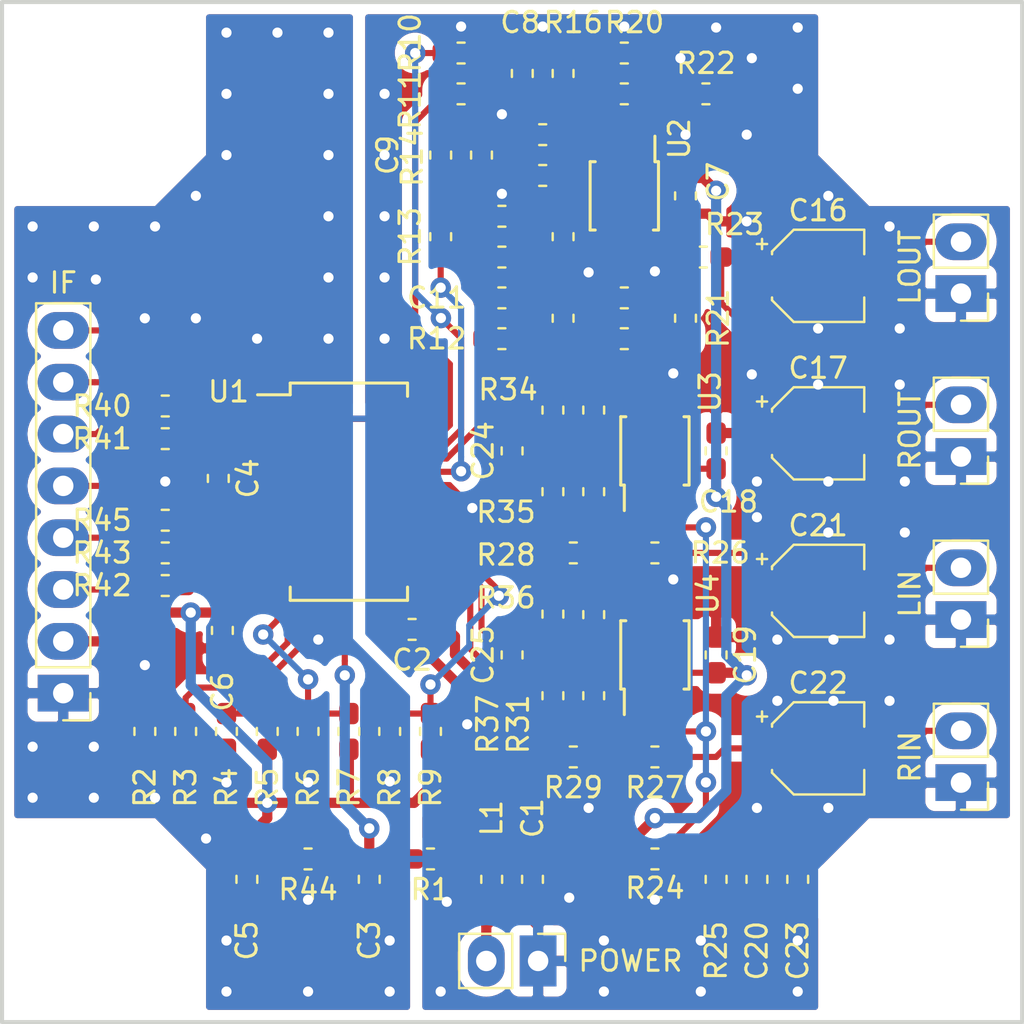
<source format=kicad_pcb>
(kicad_pcb (version 20171130) (host pcbnew "(5.0.0)")
  (layers (0 F.Cu signal) (31 B.Cu signal) (34 B.Paste user) (35 F.Paste user) (36 B.SilkS user) (37 F.SilkS user) (38 B.Mask user) (39 F.Mask user) (44 Edge.Cuts user))
  (net 0 "")
  (net 1 GNDA)
  (net 2 VDDA)
  (net 3 VDD)
  (net 4 GND)
  (net 5 "Net-(C8-Pad2)")
  (net 6 "Net-(C9-Pad2)")
  (net 7 "Net-(C10-Pad2)")
  (net 8 "Net-(C11-Pad2)")
  (net 9 "Net-(C12-Pad2)")
  (net 10 "Net-(C13-Pad2)")
  (net 11 "Net-(C14-Pad1)")
  (net 12 "Net-(C14-Pad2)")
  (net 13 "Net-(C15-Pad1)")
  (net 14 "Net-(C15-Pad2)")
  (net 15 "Net-(C16-Pad1)")
  (net 16 /v4220m-eval_outputbuffer/ANALOG_LOUT)
  (net 17 /v4220m-eval_outputbuffer/ANALOG_ROUT)
  (net 18 "Net-(C17-Pad1)")
  (net 19 "Net-(C20-Pad1)")
  (net 20 "Net-(C21-Pad1)")
  (net 21 /v4220m-eval_inputbuffer/ANALOG_LIN)
  (net 22 /v4220m-eval_inputbuffer/ANALOG_RIN)
  (net 23 "Net-(C22-Pad1)")
  (net 24 /v4220m-eval_inputbuffer/CODEC_LIN_P)
  (net 25 /v4220m-eval_inputbuffer/CODEC_LIN_N)
  (net 26 /v4220m-eval_inputbuffer/CODEC_RIN_N)
  (net 27 /v4220m-eval_inputbuffer/CODEC_RIN_P)
  (net 28 "Net-(R2-Pad2)")
  (net 29 "Net-(R4-Pad2)")
  (net 30 "Net-(R6-Pad2)")
  (net 31 "Net-(R8-Pad2)")
  (net 32 /v4220m-eval_outputbuffer/CODEC_LOUT_N)
  (net 33 /v4220m-eval_outputbuffer/CODEC_LOUT_P)
  (net 34 /v4220m-eval_outputbuffer/CODEC_ROUT_N)
  (net 35 /v4220m-eval_outputbuffer/CODEC_ROUT_P)
  (net 36 "Net-(R26-Pad1)")
  (net 37 "Net-(R27-Pad1)")
  (net 38 "Net-(R28-Pad1)")
  (net 39 "Net-(R29-Pad1)")
  (net 40 "Net-(R30-Pad1)")
  (net 41 "Net-(R31-Pad1)")
  (net 42 "Net-(R32-Pad1)")
  (net 43 "Net-(R33-Pad1)")
  (net 44 /POWER)
  (net 45 VDDF)
  (net 46 /XTI)
  (net 47 /RSTN)
  (net 48 /DOUT)
  (net 49 /DIN)
  (net 50 /SCLK)
  (net 51 /LRCK)
  (module Resistor_SMD:R_0603_1608Metric_Pad1.05x0.95mm_HandSolder (layer F.Cu) (at 58 69.8 180)
    (fp_text reference R40 (at 3.1 0 180) (layer F.SilkS))
    (fp_text value 0Ω)
    (pad 1 smd roundrect (at -0.875 0 180) (size 1.05 0.95) (layers F.Cu F.Paste F.Mask) (net 51 /LRCK))
    (pad 2 smd roundrect (at 0.875 0 180) (size 1.05 0.95) (layers F.Cu F.Paste F.Mask) (net 51 /LRCK))
  )
  (module Package_SO:SSOP-28_5.3x10.2mm_P0.65mm (layer F.Cu) (at 67 74)
    (fp_text reference U1 (at -5.9 -4.9) (layer F.SilkS))
    (fp_text value V4220M)
    (pad 1 smd rect (at -3.6 -4.225) (size 1.75 0.45) (layers F.Cu F.Paste F.Mask))
    (pad 2 smd rect (at -3.6 -3.575) (size 1.75 0.45) (layers F.Cu F.Paste F.Mask))
    (pad 3 smd rect (at -3.6 -2.925) (size 1.75 0.45) (layers F.Cu F.Paste F.Mask) (net 46 /XTI))
    (pad 4 smd rect (at -3.6 -2.275) (size 1.75 0.45) (layers F.Cu F.Paste F.Mask) (net 51 /LRCK))
    (pad 5 smd rect (at -3.6 -1.625) (size 1.75 0.45) (layers F.Cu F.Paste F.Mask) (net 50 /SCLK))
    (pad 6 smd rect (at -3.6 -0.975) (size 1.75 0.45) (layers F.Cu F.Paste F.Mask) (net 3 VDD))
    (pad 7 smd rect (at -3.6 -0.325) (size 1.75 0.45) (layers F.Cu F.Paste F.Mask) (net 4 GND))
    (pad 8 smd rect (at -3.6 0.325) (size 1.75 0.45) (layers F.Cu F.Paste F.Mask) (net 49 /DIN))
    (pad 9 smd rect (at -3.6 0.975) (size 1.75 0.45) (layers F.Cu F.Paste F.Mask) (net 48 /DOUT))
    (pad 10 smd rect (at -3.6 1.625) (size 1.75 0.45) (layers F.Cu F.Paste F.Mask) (net 29 "Net-(R4-Pad2)"))
    (pad 11 smd rect (at -3.6 2.275) (size 1.75 0.45) (layers F.Cu F.Paste F.Mask) (net 28 "Net-(R2-Pad2)"))
    (pad 12 smd rect (at -3.6 2.925) (size 1.75 0.45) (layers F.Cu F.Paste F.Mask) (net 30 "Net-(R6-Pad2)"))
    (pad 13 smd rect (at -3.6 3.575) (size 1.75 0.45) (layers F.Cu F.Paste F.Mask) (net 45 VDDF))
    (pad 14 smd rect (at -3.6 4.225) (size 1.75 0.45) (layers F.Cu F.Paste F.Mask))
    (pad 15 smd rect (at 3.6 4.225) (size 1.75 0.45) (layers F.Cu F.Paste F.Mask))
    (pad 16 smd rect (at 3.6 3.575) (size 1.75 0.45) (layers F.Cu F.Paste F.Mask) (net 26 /v4220m-eval_inputbuffer/CODEC_RIN_N))
    (pad 17 smd rect (at 3.6 2.925) (size 1.75 0.45) (layers F.Cu F.Paste F.Mask) (net 27 /v4220m-eval_inputbuffer/CODEC_RIN_P))
    (pad 18 smd rect (at 3.6 2.275) (size 1.75 0.45) (layers F.Cu F.Paste F.Mask) (net 31 "Net-(R8-Pad2)"))
    (pad 19 smd rect (at 3.6 1.625) (size 1.75 0.45) (layers F.Cu F.Paste F.Mask) (net 25 /v4220m-eval_inputbuffer/CODEC_LIN_N))
    (pad 20 smd rect (at 3.6 0.975) (size 1.75 0.45) (layers F.Cu F.Paste F.Mask) (net 24 /v4220m-eval_inputbuffer/CODEC_LIN_P))
    (pad 21 smd rect (at 3.6 0.325) (size 1.75 0.45) (layers F.Cu F.Paste F.Mask) (net 2 VDDA))
    (pad 22 smd rect (at 3.6 -0.325) (size 1.75 0.45) (layers F.Cu F.Paste F.Mask) (net 1 GNDA))
    (pad 23 smd rect (at 3.6 -0.975) (size 1.75 0.45) (layers F.Cu F.Paste F.Mask) (net 35 /v4220m-eval_outputbuffer/CODEC_ROUT_P))
    (pad 24 smd rect (at 3.6 -1.625) (size 1.75 0.45) (layers F.Cu F.Paste F.Mask) (net 34 /v4220m-eval_outputbuffer/CODEC_ROUT_N))
    (pad 25 smd rect (at 3.6 -2.275) (size 1.75 0.45) (layers F.Cu F.Paste F.Mask) (net 32 /v4220m-eval_outputbuffer/CODEC_LOUT_N))
    (pad 26 smd rect (at 3.6 -2.925) (size 1.75 0.45) (layers F.Cu F.Paste F.Mask) (net 33 /v4220m-eval_outputbuffer/CODEC_LOUT_P))
    (pad 27 smd rect (at 3.6 -3.575) (size 1.75 0.45) (layers F.Cu F.Paste F.Mask) (net 47 /RSTN))
    (pad 28 smd rect (at 3.6 -4.225) (size 1.75 0.45) (layers F.Cu F.Paste F.Mask))
  )
  (module Connector_PinHeader_2.54mm:PinHeader_1x08_P2.54mm_Vertical (layer F.Cu) (at 53 83.875 180)
    (fp_text reference J4)
    (fp_text value IF (at 0 20.11 180) (layer F.SilkS))
    (pad 1 thru_hole rect (at 0 0 180) (size 2.5 1.8) (drill 1) (layers *.Cu *.Mask) (net 4 GND))
    (pad 2 thru_hole oval (at 0 2.54 180) (size 2.5 1.8) (drill 1) (layers *.Cu *.Mask) (net 45 VDDF))
    (pad 3 thru_hole oval (at 0 5.08 180) (size 2.5 1.8) (drill 1) (layers *.Cu *.Mask) (net 48 /DOUT))
    (pad 4 thru_hole oval (at 0 7.62 180) (size 2.5 1.8) (drill 1) (layers *.Cu *.Mask) (net 49 /DIN))
    (pad 5 thru_hole oval (at 0 10.16 180) (size 2.5 1.8) (drill 1) (layers *.Cu *.Mask) (net 50 /SCLK))
    (pad 6 thru_hole oval (at 0 12.7 180) (size 2.5 1.8) (drill 1) (layers *.Cu *.Mask) (net 51 /LRCK))
    (pad 7 thru_hole oval (at 0 15.24 180) (size 2.5 1.8) (drill 1) (layers *.Cu *.Mask) (net 46 /XTI))
    (pad 8 thru_hole oval (at 0 17.78 180) (size 2.5 1.8) (drill 1) (layers *.Cu *.Mask) (net 47 /RSTN))
  )
  (module Capacitor_SMD:C_0603_1608Metric_Pad1.05x0.95mm_HandSolder (layer F.Cu) (at 70.1 80.75 180)
    (fp_text reference C2 (at 0 -1.5 180) (layer F.SilkS))
    (fp_text value 0.1μF)
    (pad 1 smd roundrect (at -0.875 0 180) (size 1.05 0.95) (layers F.Cu F.Paste F.Mask) (net 2 VDDA))
    (pad 2 smd roundrect (at 0.875 0 180) (size 1.05 0.95) (layers F.Cu F.Paste F.Mask) (net 1 GNDA))
  )
  (module Capacitor_SMD:C_0603_1608Metric_Pad1.05x0.95mm_HandSolder (layer F.Cu) (at 75.5 53.5 90)
    (fp_text reference C8 (at 2.5 -0.1 180) (layer F.SilkS))
    (fp_text value 1000pF)
    (pad 2 smd roundrect (at 0.875 0 90) (size 1.05 0.95) (layers F.Cu F.Paste F.Mask) (net 5 "Net-(C8-Pad2)"))
    (pad 1 smd roundrect (at -0.875 0 90) (size 1.05 0.95) (layers F.Cu F.Paste F.Mask) (net 1 GNDA))
  )
  (module Capacitor_SMD:C_0603_1608Metric_Pad1.05x0.95mm_HandSolder (layer F.Cu) (at 71.5 57.5 90)
    (fp_text reference C9 (at 0 -2.6 90) (layer F.SilkS))
    (fp_text value 1000pF)
    (pad 2 smd roundrect (at 0.875 0 90) (size 1.05 0.95) (layers F.Cu F.Paste F.Mask) (net 6 "Net-(C9-Pad2)"))
    (pad 1 smd roundrect (at -0.875 0 90) (size 1.05 0.95) (layers F.Cu F.Paste F.Mask) (net 1 GNDA))
  )
  (module Capacitor_SMD:C_0603_1608Metric_Pad1.05x0.95mm_HandSolder (layer F.Cu) (at 77.5 65.5 270)
    (fp_text reference C10 hide)
    (fp_text value 1000pF)
    (pad 1 smd roundrect (at -0.875 0 270) (size 1.05 0.95) (layers F.Cu F.Paste F.Mask) (net 1 GNDA))
    (pad 2 smd roundrect (at 0.875 0 270) (size 1.05 0.95) (layers F.Cu F.Paste F.Mask) (net 7 "Net-(C10-Pad2)"))
  )
  (module Capacitor_SMD:C_0603_1608Metric_Pad1.05x0.95mm_HandSolder (layer F.Cu) (at 74.5 64.5 180)
    (fp_text reference C11 (at 3.2 0 180) (layer F.SilkS))
    (fp_text value 1000pF)
    (pad 1 smd roundrect (at -0.875 0 180) (size 1.05 0.95) (layers F.Cu F.Paste F.Mask) (net 1 GNDA))
    (pad 2 smd roundrect (at 0.875 0 180) (size 1.05 0.95) (layers F.Cu F.Paste F.Mask) (net 8 "Net-(C11-Pad2)"))
  )
  (module Capacitor_SMD:C_0603_1608Metric_Pad1.05x0.95mm_HandSolder (layer F.Cu) (at 76.5 58.5)
    (fp_text reference C12 hide)
    (fp_text value 220pF)
    (pad 1 smd roundrect (at -0.875 0) (size 1.05 0.95) (layers F.Cu F.Paste F.Mask) (net 1 GNDA))
    (pad 2 smd roundrect (at 0.875 0) (size 1.05 0.95) (layers F.Cu F.Paste F.Mask) (net 9 "Net-(C12-Pad2)"))
  )
  (module Capacitor_SMD:C_0603_1608Metric_Pad1.05x0.95mm_HandSolder (layer F.Cu) (at 77.5 61.5 90)
    (fp_text reference C13 hide)
    (fp_text value 220pF)
    (pad 2 smd roundrect (at 0.875 0 90) (size 1.05 0.95) (layers F.Cu F.Paste F.Mask) (net 10 "Net-(C13-Pad2)"))
    (pad 1 smd roundrect (at -0.875 0 90) (size 1.05 0.95) (layers F.Cu F.Paste F.Mask) (net 1 GNDA))
  )
  (module Capacitor_SMD:C_0603_1608Metric_Pad1.05x0.95mm_HandSolder (layer F.Cu) (at 80.5 54.5 180)
    (fp_text reference C14 hide)
    (fp_text value 220pF)
    (pad 1 smd roundrect (at -0.875 0 180) (size 1.05 0.95) (layers F.Cu F.Paste F.Mask) (net 11 "Net-(C14-Pad1)"))
    (pad 2 smd roundrect (at 0.875 0 180) (size 1.05 0.95) (layers F.Cu F.Paste F.Mask) (net 12 "Net-(C14-Pad2)"))
  )
  (module Capacitor_SMD:C_0603_1608Metric_Pad1.05x0.95mm_HandSolder (layer F.Cu) (at 80.5 64.5 180)
    (fp_text reference C15 hide)
    (fp_text value 220pF)
    (pad 1 smd roundrect (at -0.875 0 180) (size 1.05 0.95) (layers F.Cu F.Paste F.Mask) (net 13 "Net-(C15-Pad1)"))
    (pad 2 smd roundrect (at 0.875 0 180) (size 1.05 0.95) (layers F.Cu F.Paste F.Mask) (net 14 "Net-(C15-Pad2)"))
  )
  (module Capacitor_SMD:CP_Elec_4x5.3 (layer F.Cu) (at 90 63.42)
    (fp_text reference C16 (at 0 -3.2) (layer F.SilkS))
    (fp_text value 10μF)
    (pad 1 smd rect (at -1.8 0) (size 2.6 1.6) (layers F.Cu F.Paste F.Mask) (net 15 "Net-(C16-Pad1)"))
    (pad 2 smd rect (at 1.8 0) (size 2.6 1.6) (layers F.Cu F.Paste F.Mask) (net 16 /v4220m-eval_outputbuffer/ANALOG_LOUT))
  )
  (module Capacitor_SMD:CP_Elec_4x5.3 (layer F.Cu) (at 90 71.14)
    (fp_text reference C17 (at 0 -3.2) (layer F.SilkS))
    (fp_text value 10μF)
    (pad 2 smd rect (at 1.8 0) (size 2.6 1.6) (layers F.Cu F.Paste F.Mask) (net 17 /v4220m-eval_outputbuffer/ANALOG_ROUT))
    (pad 1 smd rect (at -1.8 0) (size 2.6 1.6) (layers F.Cu F.Paste F.Mask) (net 18 "Net-(C17-Pad1)"))
  )
  (module Capacitor_SMD:CP_Elec_4x5.3 (layer F.Cu) (at 90 78.86)
    (fp_text reference C21 (at 0 -3.2) (layer F.SilkS))
    (fp_text value 10μF)
    (pad 1 smd rect (at -1.8 0) (size 2.6 1.6) (layers F.Cu F.Paste F.Mask) (net 20 "Net-(C21-Pad1)"))
    (pad 2 smd rect (at 1.8 0) (size 2.6 1.6) (layers F.Cu F.Paste F.Mask) (net 21 /v4220m-eval_inputbuffer/ANALOG_LIN))
  )
  (module Capacitor_SMD:CP_Elec_4x5.3 (layer F.Cu) (at 90 86.58)
    (fp_text reference C22 (at 0 -3.2) (layer F.SilkS))
    (fp_text value 10μF)
    (pad 2 smd rect (at 1.8 0) (size 2.6 1.6) (layers F.Cu F.Paste F.Mask) (net 22 /v4220m-eval_inputbuffer/ANALOG_RIN))
    (pad 1 smd rect (at -1.8 0) (size 2.6 1.6) (layers F.Cu F.Paste F.Mask) (net 23 "Net-(C22-Pad1)"))
  )
  (module Capacitor_SMD:C_0603_1608Metric_Pad1.05x0.95mm_HandSolder (layer F.Cu) (at 89 93 270)
    (fp_text reference C23 (at 3.5 0 270) (layer F.SilkS))
    (fp_text value 0.1μF)
    (pad 2 smd roundrect (at 0.875 0 270) (size 1.05 0.95) (layers F.Cu F.Paste F.Mask) (net 1 GNDA))
    (pad 1 smd roundrect (at -0.875 0 270) (size 1.05 0.95) (layers F.Cu F.Paste F.Mask) (net 19 "Net-(C20-Pad1)"))
  )
  (module Capacitor_SMD:C_0603_1608Metric_Pad1.05x0.95mm_HandSolder (layer F.Cu) (at 75 72 90)
    (fp_text reference C24 (at 0 -1.43 90) (layer F.SilkS))
    (fp_text value 2.2nF)
    (pad 2 smd roundrect (at 0.875 0 90) (size 1.05 0.95) (layers F.Cu F.Paste F.Mask) (net 24 /v4220m-eval_inputbuffer/CODEC_LIN_P))
    (pad 1 smd roundrect (at -0.875 0 90) (size 1.05 0.95) (layers F.Cu F.Paste F.Mask) (net 25 /v4220m-eval_inputbuffer/CODEC_LIN_N))
  )
  (module Capacitor_SMD:C_0603_1608Metric_Pad1.05x0.95mm_HandSolder (layer F.Cu) (at 75 82 90)
    (fp_text reference C25 (at 0 -1.43 90) (layer F.SilkS))
    (fp_text value 2.2nF)
    (pad 1 smd roundrect (at -0.875 0 90) (size 1.05 0.95) (layers F.Cu F.Paste F.Mask) (net 26 /v4220m-eval_inputbuffer/CODEC_RIN_N))
    (pad 2 smd roundrect (at 0.875 0 90) (size 1.05 0.95) (layers F.Cu F.Paste F.Mask) (net 27 /v4220m-eval_inputbuffer/CODEC_RIN_P))
  )
  (module Connector_PinHeader_2.54mm:PinHeader_1x02_P2.54mm_Vertical (layer F.Cu) (at 76.275 97 270)
    (fp_text reference J1)
    (fp_text value POWER (at 0 -4.525) (layer F.SilkS))
    (pad 2 thru_hole oval (at 0 2.54 270) (size 2.5 1.8) (drill 1) (layers *.Cu *.Mask) (net 44 /POWER))
    (pad 1 thru_hole rect (at 0 0 270) (size 2.5 1.8) (drill 1) (layers *.Cu *.Mask) (net 1 GNDA))
  )
  (module Connector_PinHeader_2.54mm:PinHeader_1x02_P2.54mm_Vertical (layer F.Cu) (at 97 80.27 180)
    (fp_text reference J2)
    (fp_text value LIN (at 2.5 1.27 270) (layer F.SilkS))
    (pad 2 thru_hole oval (at 0 2.54 180) (size 2.5 1.8) (drill 1) (layers *.Cu *.Mask) (net 21 /v4220m-eval_inputbuffer/ANALOG_LIN))
    (pad 1 thru_hole rect (at 0 0 180) (size 2.5 1.8) (drill 1) (layers *.Cu *.Mask) (net 1 GNDA))
  )
  (module Connector_PinHeader_2.54mm:PinHeader_1x02_P2.54mm_Vertical (layer F.Cu) (at 97 88.26 180)
    (fp_text reference J3)
    (fp_text value RIN (at 2.5 1.26 270) (layer F.SilkS))
    (pad 1 thru_hole rect (at 0 0 180) (size 2.5 1.8) (drill 1) (layers *.Cu *.Mask) (net 1 GNDA))
    (pad 2 thru_hole oval (at 0 2.54 180) (size 2.5 1.8) (drill 1) (layers *.Cu *.Mask) (net 22 /v4220m-eval_inputbuffer/ANALOG_RIN))
  )
  (module Connector_PinHeader_2.54mm:PinHeader_1x02_P2.54mm_Vertical (layer F.Cu) (at 97 64.29 180)
    (fp_text reference J5)
    (fp_text value LOUT (at 2.5 1.29 270) (layer F.SilkS))
    (pad 2 thru_hole oval (at 0 2.54 180) (size 2.5 1.8) (drill 1) (layers *.Cu *.Mask) (net 16 /v4220m-eval_outputbuffer/ANALOG_LOUT))
    (pad 1 thru_hole rect (at 0 0 180) (size 2.5 1.8) (drill 1) (layers *.Cu *.Mask) (net 1 GNDA))
  )
  (module Connector_PinHeader_2.54mm:PinHeader_1x02_P2.54mm_Vertical (layer F.Cu) (at 97 72.28 180)
    (fp_text reference J6)
    (fp_text value ROUT (at 2.5 1.28 270) (layer F.SilkS))
    (pad 1 thru_hole rect (at 0 0 180) (size 2.5 1.8) (drill 1) (layers *.Cu *.Mask) (net 1 GNDA))
    (pad 2 thru_hole oval (at 0 2.54 180) (size 2.5 1.8) (drill 1) (layers *.Cu *.Mask) (net 17 /v4220m-eval_outputbuffer/ANALOG_ROUT))
  )
  (module Package_SO:MSOP-8_3x3mm_P0.65mm (layer F.Cu) (at 80.5 59.5 270)
    (fp_text reference U2 (at -2.8 -2.7 270) (layer F.SilkS))
    (fp_text value NJM8202)
    (pad 1 smd rect (at -2.2 -0.975 270) (size 1.45 0.45) (layers F.Cu F.Paste F.Mask) (net 11 "Net-(C14-Pad1)"))
    (pad 2 smd rect (at -2.2 -0.325 270) (size 1.45 0.45) (layers F.Cu F.Paste F.Mask) (net 12 "Net-(C14-Pad2)"))
    (pad 3 smd rect (at -2.2 0.325 270) (size 1.45 0.45) (layers F.Cu F.Paste F.Mask) (net 9 "Net-(C12-Pad2)"))
    (pad 4 smd rect (at -2.2 0.975 270) (size 1.45 0.45) (layers F.Cu F.Paste F.Mask) (net 2 VDDA))
    (pad 5 smd rect (at 2.2 0.975 270) (size 1.45 0.45) (layers F.Cu F.Paste F.Mask) (net 10 "Net-(C13-Pad2)"))
    (pad 6 smd rect (at 2.2 0.325 270) (size 1.45 0.45) (layers F.Cu F.Paste F.Mask) (net 14 "Net-(C15-Pad2)"))
    (pad 7 smd rect (at 2.2 -0.325 270) (size 1.45 0.45) (layers F.Cu F.Paste F.Mask) (net 13 "Net-(C15-Pad1)"))
    (pad 8 smd rect (at 2.2 -0.975 270) (size 1.45 0.45) (layers F.Cu F.Paste F.Mask) (net 1 GNDA))
  )
  (module Package_SO:MSOP-8_3x3mm_P0.65mm (layer F.Cu) (at 82 72 90)
    (fp_text reference U3 (at 2.9 2.7 90) (layer F.SilkS))
    (fp_text value NJM8202)
    (pad 8 smd rect (at 2.2 -0.975 90) (size 1.45 0.45) (layers F.Cu F.Paste F.Mask) (net 1 GNDA))
    (pad 7 smd rect (at 2.2 -0.325 90) (size 1.45 0.45) (layers F.Cu F.Paste F.Mask) (net 42 "Net-(R32-Pad1)"))
    (pad 6 smd rect (at 2.2 0.325 90) (size 1.45 0.45) (layers F.Cu F.Paste F.Mask) (net 40 "Net-(R30-Pad1)"))
    (pad 5 smd rect (at 2.2 0.975 90) (size 1.45 0.45) (layers F.Cu F.Paste F.Mask) (net 19 "Net-(C20-Pad1)"))
    (pad 4 smd rect (at -2.2 0.975 90) (size 1.45 0.45) (layers F.Cu F.Paste F.Mask) (net 2 VDDA))
    (pad 3 smd rect (at -2.2 0.325 90) (size 1.45 0.45) (layers F.Cu F.Paste F.Mask) (net 19 "Net-(C20-Pad1)"))
    (pad 2 smd rect (at -2.2 -0.325 90) (size 1.45 0.45) (layers F.Cu F.Paste F.Mask) (net 36 "Net-(R26-Pad1)"))
    (pad 1 smd rect (at -2.2 -0.975 90) (size 1.45 0.45) (layers F.Cu F.Paste F.Mask) (net 38 "Net-(R28-Pad1)"))
  )
  (module Package_SO:MSOP-8_3x3mm_P0.65mm (layer F.Cu) (at 82 82 90)
    (fp_text reference U4 (at 3 2.6 90) (layer F.SilkS))
    (fp_text value NJM8202)
    (pad 1 smd rect (at -2.2 -0.975 90) (size 1.45 0.45) (layers F.Cu F.Paste F.Mask) (net 39 "Net-(R29-Pad1)"))
    (pad 2 smd rect (at -2.2 -0.325 90) (size 1.45 0.45) (layers F.Cu F.Paste F.Mask) (net 37 "Net-(R27-Pad1)"))
    (pad 3 smd rect (at -2.2 0.325 90) (size 1.45 0.45) (layers F.Cu F.Paste F.Mask) (net 19 "Net-(C20-Pad1)"))
    (pad 4 smd rect (at -2.2 0.975 90) (size 1.45 0.45) (layers F.Cu F.Paste F.Mask) (net 2 VDDA))
    (pad 5 smd rect (at 2.2 0.975 90) (size 1.45 0.45) (layers F.Cu F.Paste F.Mask) (net 19 "Net-(C20-Pad1)"))
    (pad 6 smd rect (at 2.2 0.325 90) (size 1.45 0.45) (layers F.Cu F.Paste F.Mask) (net 41 "Net-(R31-Pad1)"))
    (pad 7 smd rect (at 2.2 -0.325 90) (size 1.45 0.45) (layers F.Cu F.Paste F.Mask) (net 43 "Net-(R33-Pad1)"))
    (pad 8 smd rect (at 2.2 -0.975 90) (size 1.45 0.45) (layers F.Cu F.Paste F.Mask) (net 1 GNDA))
  )
  (module Capacitor_SMD:C_0603_1608Metric_Pad1.05x0.95mm_HandSolder (layer F.Cu) (at 60.6 73.35 270)
    (fp_text reference C4 (at 0 -1.45 270) (layer F.SilkS))
    (fp_text value 0.1μF)
    (pad 2 smd roundrect (at 0.875 0 270) (size 1.05 0.95) (layers F.Cu F.Paste F.Mask) (net 4 GND))
    (pad 1 smd roundrect (at -0.875 0 270) (size 1.05 0.95) (layers F.Cu F.Paste F.Mask) (net 3 VDD))
  )
  (module Capacitor_SMD:C_0603_1608Metric_Pad1.05x0.95mm_HandSolder (layer F.Cu) (at 62 93 270)
    (fp_text reference C5 (at 3 0 270) (layer F.SilkS))
    (fp_text value 1μF)
    (pad 1 smd roundrect (at -0.875 0 270) (size 1.05 0.95) (layers F.Cu F.Paste F.Mask) (net 45 VDDF))
    (pad 2 smd roundrect (at 0.875 0 270) (size 1.05 0.95) (layers F.Cu F.Paste F.Mask) (net 4 GND))
  )
  (module Capacitor_SMD:C_0603_1608Metric_Pad1.05x0.95mm_HandSolder (layer F.Cu) (at 83.5 59.5 90)
    (fp_text reference C7 (at 0.7 1.6 90) (layer F.SilkS))
    (fp_text value 0.1μF)
    (pad 1 smd roundrect (at -0.875 0 90) (size 1.05 0.95) (layers F.Cu F.Paste F.Mask) (net 1 GNDA))
    (pad 2 smd roundrect (at 0.875 0 90) (size 1.05 0.95) (layers F.Cu F.Paste F.Mask) (net 2 VDDA))
  )
  (module Capacitor_SMD:C_0603_1608Metric_Pad1.05x0.95mm_HandSolder (layer F.Cu) (at 85 72 270)
    (fp_text reference C18 (at 2.5 -0.6) (layer F.SilkS))
    (fp_text value 0.1μF)
    (pad 1 smd roundrect (at -0.875 0 270) (size 1.05 0.95) (layers F.Cu F.Paste F.Mask) (net 1 GNDA))
    (pad 2 smd roundrect (at 0.875 0 270) (size 1.05 0.95) (layers F.Cu F.Paste F.Mask) (net 2 VDDA))
  )
  (module Capacitor_SMD:C_0603_1608Metric_Pad1.05x0.95mm_HandSolder (layer F.Cu) (at 85 82 270)
    (fp_text reference C19 (at 0 -1.43 270) (layer F.SilkS))
    (fp_text value 0.1μF)
    (pad 2 smd roundrect (at 0.875 0 270) (size 1.05 0.95) (layers F.Cu F.Paste F.Mask) (net 2 VDDA))
    (pad 1 smd roundrect (at -0.875 0 270) (size 1.05 0.95) (layers F.Cu F.Paste F.Mask) (net 1 GNDA))
  )
  (module Resistor_SMD:R_0603_1608Metric_Pad1.05x0.95mm_HandSolder (layer F.Cu) (at 72.5 52.5 180)
    (fp_text reference R10 (at 2.5 0.5 270) (layer F.SilkS))
    (fp_text value 14kΩ)
    (pad 2 smd roundrect (at 0.875 0 180) (size 1.05 0.95) (layers F.Cu F.Paste F.Mask) (net 32 /v4220m-eval_outputbuffer/CODEC_LOUT_N))
    (pad 1 smd roundrect (at -0.875 0 180) (size 1.05 0.95) (layers F.Cu F.Paste F.Mask) (net 5 "Net-(C8-Pad2)"))
  )
  (module Resistor_SMD:R_0603_1608Metric_Pad1.05x0.95mm_HandSolder (layer F.Cu) (at 72.5 54.5 180)
    (fp_text reference R11 (at 2.5 -0.3 270) (layer F.SilkS))
    (fp_text value 14kΩ)
    (pad 2 smd roundrect (at 0.875 0 180) (size 1.05 0.95) (layers F.Cu F.Paste F.Mask) (net 33 /v4220m-eval_outputbuffer/CODEC_LOUT_P))
    (pad 1 smd roundrect (at -0.875 0 180) (size 1.05 0.95) (layers F.Cu F.Paste F.Mask) (net 6 "Net-(C9-Pad2)"))
  )
  (module Resistor_SMD:R_0603_1608Metric_Pad1.05x0.95mm_HandSolder (layer F.Cu) (at 74.5 66.5 180)
    (fp_text reference R12 (at 3.2 0 180) (layer F.SilkS))
    (fp_text value 14kΩ)
    (pad 1 smd roundrect (at -0.875 0 180) (size 1.05 0.95) (layers F.Cu F.Paste F.Mask) (net 7 "Net-(C10-Pad2)"))
    (pad 2 smd roundrect (at 0.875 0 180) (size 1.05 0.95) (layers F.Cu F.Paste F.Mask) (net 34 /v4220m-eval_outputbuffer/CODEC_ROUT_N))
  )
  (module Resistor_SMD:R_0603_1608Metric_Pad1.05x0.95mm_HandSolder (layer F.Cu) (at 71.5 61.5 270)
    (fp_text reference R13 (at 0 1.5 270) (layer F.SilkS))
    (fp_text value 14kΩ)
    (pad 2 smd roundrect (at 0.875 0 270) (size 1.05 0.95) (layers F.Cu F.Paste F.Mask) (net 35 /v4220m-eval_outputbuffer/CODEC_ROUT_P))
    (pad 1 smd roundrect (at -0.875 0 270) (size 1.05 0.95) (layers F.Cu F.Paste F.Mask) (net 8 "Net-(C11-Pad2)"))
  )
  (module Resistor_SMD:R_0603_1608Metric_Pad1.05x0.95mm_HandSolder (layer F.Cu) (at 73.5 57.5 90)
    (fp_text reference R14 (at -0.1 -3.4 90) (layer F.SilkS))
    (fp_text value 14kΩ)
    (pad 2 smd roundrect (at 0.875 0 90) (size 1.05 0.95) (layers F.Cu F.Paste F.Mask) (net 6 "Net-(C9-Pad2)"))
    (pad 1 smd roundrect (at -0.875 0 90) (size 1.05 0.95) (layers F.Cu F.Paste F.Mask) (net 1 GNDA))
  )
  (module Resistor_SMD:R_0603_1608Metric_Pad1.05x0.95mm_HandSolder (layer F.Cu) (at 74.5 62.5 180)
    (fp_text reference R15 hide)
    (fp_text value 14kΩ)
    (pad 2 smd roundrect (at 0.875 0 180) (size 1.05 0.95) (layers F.Cu F.Paste F.Mask) (net 8 "Net-(C11-Pad2)"))
    (pad 1 smd roundrect (at -0.875 0 180) (size 1.05 0.95) (layers F.Cu F.Paste F.Mask) (net 1 GNDA))
  )
  (module Resistor_SMD:R_0603_1608Metric_Pad1.05x0.95mm_HandSolder (layer F.Cu) (at 77.5 53.5 90)
    (fp_text reference R16 (at 2.5 0.5 180) (layer F.SilkS))
    (fp_text value 3.24kΩ)
    (pad 1 smd roundrect (at -0.875 0 90) (size 1.05 0.95) (layers F.Cu F.Paste F.Mask) (net 12 "Net-(C14-Pad2)"))
    (pad 2 smd roundrect (at 0.875 0 90) (size 1.05 0.95) (layers F.Cu F.Paste F.Mask) (net 5 "Net-(C8-Pad2)"))
  )
  (module Resistor_SMD:R_0603_1608Metric_Pad1.05x0.95mm_HandSolder (layer F.Cu) (at 76.5 56.5 180)
    (fp_text reference R17 hide)
    (fp_text value 3.24kΩ)
    (pad 1 smd roundrect (at -0.875 0 180) (size 1.05 0.95) (layers F.Cu F.Paste F.Mask) (net 9 "Net-(C12-Pad2)"))
    (pad 2 smd roundrect (at 0.875 0 180) (size 1.05 0.95) (layers F.Cu F.Paste F.Mask) (net 6 "Net-(C9-Pad2)"))
  )
  (module Resistor_SMD:R_0603_1608Metric_Pad1.05x0.95mm_HandSolder (layer F.Cu) (at 80.5 66.5)
    (fp_text reference R18 hide)
    (fp_text value 3.24kΩ)
    (pad 2 smd roundrect (at 0.875 0) (size 1.05 0.95) (layers F.Cu F.Paste F.Mask) (net 7 "Net-(C10-Pad2)"))
    (pad 1 smd roundrect (at -0.875 0) (size 1.05 0.95) (layers F.Cu F.Paste F.Mask) (net 14 "Net-(C15-Pad2)"))
  )
  (module Resistor_SMD:R_0603_1608Metric_Pad1.05x0.95mm_HandSolder (layer F.Cu) (at 74.5 60.5 180)
    (fp_text reference R19 hide)
    (fp_text value 3.24kΩ)
    (pad 1 smd roundrect (at -0.875 0 180) (size 1.05 0.95) (layers F.Cu F.Paste F.Mask) (net 10 "Net-(C13-Pad2)"))
    (pad 2 smd roundrect (at 0.875 0 180) (size 1.05 0.95) (layers F.Cu F.Paste F.Mask) (net 8 "Net-(C11-Pad2)"))
  )
  (module Resistor_SMD:R_0603_1608Metric_Pad1.05x0.95mm_HandSolder (layer F.Cu) (at 80.5 52.5 180)
    (fp_text reference R20 (at -0.5 1.5 180) (layer F.SilkS))
    (fp_text value 14kΩ)
    (pad 2 smd roundrect (at 0.875 0 180) (size 1.05 0.95) (layers F.Cu F.Paste F.Mask) (net 5 "Net-(C8-Pad2)"))
    (pad 1 smd roundrect (at -0.875 0 180) (size 1.05 0.95) (layers F.Cu F.Paste F.Mask) (net 11 "Net-(C14-Pad1)"))
  )
  (module Resistor_SMD:R_0603_1608Metric_Pad1.05x0.95mm_HandSolder (layer F.Cu) (at 83.5 65.5 270)
    (fp_text reference R21 (at 0 -1.6 270) (layer F.SilkS))
    (fp_text value 14kΩ)
    (pad 2 smd roundrect (at 0.875 0 270) (size 1.05 0.95) (layers F.Cu F.Paste F.Mask) (net 7 "Net-(C10-Pad2)"))
    (pad 1 smd roundrect (at -0.875 0 270) (size 1.05 0.95) (layers F.Cu F.Paste F.Mask) (net 13 "Net-(C15-Pad1)"))
  )
  (module Resistor_SMD:R_0603_1608Metric_Pad1.05x0.95mm_HandSolder (layer F.Cu) (at 84.5 54.5 180)
    (fp_text reference R22 (at 0 1.5 180) (layer F.SilkS))
    (fp_text value 120Ω)
    (pad 2 smd roundrect (at 0.875 0 180) (size 1.05 0.95) (layers F.Cu F.Paste F.Mask) (net 11 "Net-(C14-Pad1)"))
    (pad 1 smd roundrect (at -0.875 0 180) (size 1.05 0.95) (layers F.Cu F.Paste F.Mask) (net 15 "Net-(C16-Pad1)"))
  )
  (module Resistor_SMD:R_0603_1608Metric_Pad1.05x0.95mm_HandSolder (layer F.Cu) (at 84.375 62.5 180)
    (fp_text reference R23 (at -1.525 1.6 180) (layer F.SilkS))
    (fp_text value 120Ω)
    (pad 2 smd roundrect (at 0.875 0 180) (size 1.05 0.95) (layers F.Cu F.Paste F.Mask) (net 13 "Net-(C15-Pad1)"))
    (pad 1 smd roundrect (at -0.875 0 180) (size 1.05 0.95) (layers F.Cu F.Paste F.Mask) (net 18 "Net-(C17-Pad1)"))
  )
  (module Resistor_SMD:R_0603_1608Metric_Pad1.05x0.95mm_HandSolder (layer F.Cu) (at 82 92 180)
    (fp_text reference R24 (at 0 -1.43 180) (layer F.SilkS))
    (fp_text value 10kΩ)
    (pad 1 smd roundrect (at -0.875 0 180) (size 1.05 0.95) (layers F.Cu F.Paste F.Mask) (net 19 "Net-(C20-Pad1)"))
    (pad 2 smd roundrect (at 0.875 0 180) (size 1.05 0.95) (layers F.Cu F.Paste F.Mask) (net 2 VDDA))
  )
  (module Resistor_SMD:R_0603_1608Metric_Pad1.05x0.95mm_HandSolder (layer F.Cu) (at 85 93 90)
    (fp_text reference R25 (at -3.5 0 90) (layer F.SilkS))
    (fp_text value 8.25kΩ)
    (pad 1 smd roundrect (at -0.875 0 90) (size 1.05 0.95) (layers F.Cu F.Paste F.Mask) (net 1 GNDA))
    (pad 2 smd roundrect (at 0.875 0 90) (size 1.05 0.95) (layers F.Cu F.Paste F.Mask) (net 19 "Net-(C20-Pad1)"))
  )
  (module Resistor_SMD:R_0603_1608Metric_Pad1.05x0.95mm_HandSolder (layer F.Cu) (at 82 77)
    (fp_text reference R26 (at 3.2 0) (layer F.SilkS))
    (fp_text value 20kΩ)
    (pad 2 smd roundrect (at 0.875 0) (size 1.05 0.95) (layers F.Cu F.Paste F.Mask) (net 20 "Net-(C21-Pad1)"))
    (pad 1 smd roundrect (at -0.875 0) (size 1.05 0.95) (layers F.Cu F.Paste F.Mask) (net 36 "Net-(R26-Pad1)"))
  )
  (module Resistor_SMD:R_0603_1608Metric_Pad1.05x0.95mm_HandSolder (layer F.Cu) (at 82 87)
    (fp_text reference R27 (at 0 1.5) (layer F.SilkS))
    (fp_text value 20kΩ)
    (pad 1 smd roundrect (at -0.875 0) (size 1.05 0.95) (layers F.Cu F.Paste F.Mask) (net 37 "Net-(R27-Pad1)"))
    (pad 2 smd roundrect (at 0.875 0) (size 1.05 0.95) (layers F.Cu F.Paste F.Mask) (net 23 "Net-(C22-Pad1)"))
  )
  (module Resistor_SMD:R_0603_1608Metric_Pad1.05x0.95mm_HandSolder (layer F.Cu) (at 78 77)
    (fp_text reference R28 (at -3.3 0.1) (layer F.SilkS))
    (fp_text value 10kΩ)
    (pad 1 smd roundrect (at -0.875 0) (size 1.05 0.95) (layers F.Cu F.Paste F.Mask) (net 38 "Net-(R28-Pad1)"))
    (pad 2 smd roundrect (at 0.875 0) (size 1.05 0.95) (layers F.Cu F.Paste F.Mask) (net 36 "Net-(R26-Pad1)"))
  )
  (module Resistor_SMD:R_0603_1608Metric_Pad1.05x0.95mm_HandSolder (layer F.Cu) (at 78 87)
    (fp_text reference R29 (at 0 1.5) (layer F.SilkS))
    (fp_text value 10kΩ)
    (pad 1 smd roundrect (at -0.875 0) (size 1.05 0.95) (layers F.Cu F.Paste F.Mask) (net 39 "Net-(R29-Pad1)"))
    (pad 2 smd roundrect (at 0.875 0) (size 1.05 0.95) (layers F.Cu F.Paste F.Mask) (net 37 "Net-(R27-Pad1)"))
  )
  (module Resistor_SMD:R_0603_1608Metric_Pad1.05x0.95mm_HandSolder (layer F.Cu) (at 79 74 270)
    (fp_text reference R30 hide)
    (fp_text value 10kΩ)
    (pad 1 smd roundrect (at -0.875 0 270) (size 1.05 0.95) (layers F.Cu F.Paste F.Mask) (net 40 "Net-(R30-Pad1)"))
    (pad 2 smd roundrect (at 0.875 0 270) (size 1.05 0.95) (layers F.Cu F.Paste F.Mask) (net 38 "Net-(R28-Pad1)"))
  )
  (module Resistor_SMD:R_0603_1608Metric_Pad1.05x0.95mm_HandSolder (layer F.Cu) (at 79 84 270)
    (fp_text reference R31 (at 1.4 3.7 270) (layer F.SilkS))
    (fp_text value 10kΩ)
    (pad 1 smd roundrect (at -0.875 0 270) (size 1.05 0.95) (layers F.Cu F.Paste F.Mask) (net 41 "Net-(R31-Pad1)"))
    (pad 2 smd roundrect (at 0.875 0 270) (size 1.05 0.95) (layers F.Cu F.Paste F.Mask) (net 39 "Net-(R29-Pad1)"))
  )
  (module Resistor_SMD:R_0603_1608Metric_Pad1.05x0.95mm_HandSolder (layer F.Cu) (at 79 70 270)
    (fp_text reference R32 hide)
    (fp_text value 10kΩ)
    (pad 2 smd roundrect (at 0.875 0 270) (size 1.05 0.95) (layers F.Cu F.Paste F.Mask) (net 40 "Net-(R30-Pad1)"))
    (pad 1 smd roundrect (at -0.875 0 270) (size 1.05 0.95) (layers F.Cu F.Paste F.Mask) (net 42 "Net-(R32-Pad1)"))
  )
  (module Resistor_SMD:R_0603_1608Metric_Pad1.05x0.95mm_HandSolder (layer F.Cu) (at 79 80.025 270)
    (fp_text reference R33 hide)
    (fp_text value 10kΩ)
    (pad 1 smd roundrect (at -0.875 0 270) (size 1.05 0.95) (layers F.Cu F.Paste F.Mask) (net 43 "Net-(R33-Pad1)"))
    (pad 2 smd roundrect (at 0.875 0 270) (size 1.05 0.95) (layers F.Cu F.Paste F.Mask) (net 41 "Net-(R31-Pad1)"))
  )
  (module Resistor_SMD:R_0603_1608Metric_Pad1.05x0.95mm_HandSolder (layer F.Cu) (at 77 70 90)
    (fp_text reference R34 (at 1 -2.2 180) (layer F.SilkS))
    (fp_text value 150Ω)
    (pad 2 smd roundrect (at 0.875 0 90) (size 1.05 0.95) (layers F.Cu F.Paste F.Mask) (net 42 "Net-(R32-Pad1)"))
    (pad 1 smd roundrect (at -0.875 0 90) (size 1.05 0.95) (layers F.Cu F.Paste F.Mask) (net 24 /v4220m-eval_inputbuffer/CODEC_LIN_P))
  )
  (module Resistor_SMD:R_0603_1608Metric_Pad1.05x0.95mm_HandSolder (layer F.Cu) (at 77 74 270)
    (fp_text reference R35 (at 1 2.3) (layer F.SilkS))
    (fp_text value 150Ω)
    (pad 1 smd roundrect (at -0.875 0 270) (size 1.05 0.95) (layers F.Cu F.Paste F.Mask) (net 25 /v4220m-eval_inputbuffer/CODEC_LIN_N))
    (pad 2 smd roundrect (at 0.875 0 270) (size 1.05 0.95) (layers F.Cu F.Paste F.Mask) (net 38 "Net-(R28-Pad1)"))
  )
  (module Resistor_SMD:R_0603_1608Metric_Pad1.05x0.95mm_HandSolder (layer F.Cu) (at 77 80 90)
    (fp_text reference R36 (at 0.8 -2.3 180) (layer F.SilkS))
    (fp_text value 150Ω)
    (pad 2 smd roundrect (at 0.875 0 90) (size 1.05 0.95) (layers F.Cu F.Paste F.Mask) (net 43 "Net-(R33-Pad1)"))
    (pad 1 smd roundrect (at -0.875 0 90) (size 1.05 0.95) (layers F.Cu F.Paste F.Mask) (net 27 /v4220m-eval_inputbuffer/CODEC_RIN_P))
  )
  (module Resistor_SMD:R_0603_1608Metric_Pad1.05x0.95mm_HandSolder (layer F.Cu) (at 77 84 270)
    (fp_text reference R37 (at 1.4 3.2 270) (layer F.SilkS))
    (fp_text value 150Ω)
    (pad 1 smd roundrect (at -0.875 0 270) (size 1.05 0.95) (layers F.Cu F.Paste F.Mask) (net 26 /v4220m-eval_inputbuffer/CODEC_RIN_N))
    (pad 2 smd roundrect (at 0.875 0 270) (size 1.05 0.95) (layers F.Cu F.Paste F.Mask) (net 39 "Net-(R29-Pad1)"))
  )
  (module Capacitor_SMD:C_0603_1608Metric_Pad1.05x0.95mm_HandSolder (layer F.Cu) (at 76 93 270)
    (fp_text reference C1 (at -3 0 270) (layer F.SilkS))
    (fp_text value 1μF)
    (pad 2 smd roundrect (at 0.875 0 270) (size 1.05 0.95) (layers F.Cu F.Paste F.Mask) (net 1 GNDA))
    (pad 1 smd roundrect (at -0.875 0 270) (size 1.05 0.95) (layers F.Cu F.Paste F.Mask) (net 2 VDDA))
  )
  (module Capacitor_SMD:C_0603_1608Metric_Pad1.05x0.95mm_HandSolder (layer F.Cu) (at 68 93 270)
    (fp_text reference C3 (at 3 0 270) (layer F.SilkS))
    (fp_text value 1μF)
    (pad 1 smd roundrect (at -0.875 0 270) (size 1.05 0.95) (layers F.Cu F.Paste F.Mask) (net 3 VDD))
    (pad 2 smd roundrect (at 0.875 0 270) (size 1.05 0.95) (layers F.Cu F.Paste F.Mask) (net 4 GND))
  )
  (module Capacitor_SMD:C_0603_1608Metric_Pad1.05x0.95mm_HandSolder (layer F.Cu) (at 60.8 80.8 270)
    (fp_text reference C6 (at 3 0 270) (layer F.SilkS))
    (fp_text value 0.1μF)
    (pad 1 smd roundrect (at -0.875 0 270) (size 1.05 0.95) (layers F.Cu F.Paste F.Mask) (net 45 VDDF))
    (pad 2 smd roundrect (at 0.875 0 270) (size 1.05 0.95) (layers F.Cu F.Paste F.Mask) (net 4 GND))
  )
  (module Inductor_SMD:L_0603_1608Metric_Pad1.05x0.95mm_HandSolder (layer F.Cu) (at 74 93 90)
    (fp_text reference L1 (at 3 0 90) (layer F.SilkS))
    (fp_text value FB)
    (pad 1 smd roundrect (at -0.875 0 90) (size 1.05 0.95) (layers F.Cu F.Paste F.Mask) (net 44 /POWER))
    (pad 2 smd roundrect (at 0.875 0 90) (size 1.05 0.95) (layers F.Cu F.Paste F.Mask) (net 2 VDDA))
  )
  (module Resistor_SMD:R_0603_1608Metric_Pad1.05x0.95mm_HandSolder (layer F.Cu) (at 71 92)
    (fp_text reference R1 (at 0 1.5) (layer F.SilkS))
    (fp_text value 2Ω)
    (pad 1 smd roundrect (at -0.875 0) (size 1.05 0.95) (layers F.Cu F.Paste F.Mask) (net 3 VDD))
    (pad 2 smd roundrect (at 0.875 0) (size 1.05 0.95) (layers F.Cu F.Paste F.Mask) (net 2 VDDA))
  )
  (module Resistor_SMD:R_0603_1608Metric_Pad1.05x0.95mm_HandSolder (layer F.Cu) (at 59 85.75 90)
    (fp_text reference R2 (at -2.75 -2 90) (layer F.SilkS))
    (fp_text value DNI)
    (pad 1 smd roundrect (at -0.875 0 90) (size 1.05 0.95) (layers F.Cu F.Paste F.Mask) (net 45 VDDF))
    (pad 2 smd roundrect (at 0.875 0 90) (size 1.05 0.95) (layers F.Cu F.Paste F.Mask) (net 28 "Net-(R2-Pad2)"))
  )
  (module Resistor_SMD:R_0603_1608Metric_Pad1.05x0.95mm_HandSolder (layer F.Cu) (at 57 85.75 270)
    (fp_text reference R3 (at 2.75 -2 270) (layer F.SilkS))
    (fp_text value 47kΩ)
    (pad 2 smd roundrect (at 0.875 0 270) (size 1.05 0.95) (layers F.Cu F.Paste F.Mask) (net 4 GND))
    (pad 1 smd roundrect (at -0.875 0 270) (size 1.05 0.95) (layers F.Cu F.Paste F.Mask) (net 28 "Net-(R2-Pad2)"))
  )
  (module Resistor_SMD:R_0603_1608Metric_Pad1.05x0.95mm_HandSolder (layer F.Cu) (at 63 85.75 90)
    (fp_text reference R4 (at -2.75 -2 90) (layer F.SilkS))
    (fp_text value DNI)
    (pad 1 smd roundrect (at -0.875 0 90) (size 1.05 0.95) (layers F.Cu F.Paste F.Mask) (net 45 VDDF))
    (pad 2 smd roundrect (at 0.875 0 90) (size 1.05 0.95) (layers F.Cu F.Paste F.Mask) (net 29 "Net-(R4-Pad2)"))
  )
  (module Resistor_SMD:R_0603_1608Metric_Pad1.05x0.95mm_HandSolder (layer F.Cu) (at 61 85.75 270)
    (fp_text reference R5 (at 2.75 -2 270) (layer F.SilkS))
    (fp_text value 47kΩ)
    (pad 2 smd roundrect (at 0.875 0 270) (size 1.05 0.95) (layers F.Cu F.Paste F.Mask) (net 4 GND))
    (pad 1 smd roundrect (at -0.875 0 270) (size 1.05 0.95) (layers F.Cu F.Paste F.Mask) (net 29 "Net-(R4-Pad2)"))
  )
  (module Resistor_SMD:R_0603_1608Metric_Pad1.05x0.95mm_HandSolder (layer F.Cu) (at 67 85.75 90)
    (fp_text reference R6 (at -2.75 -2 90) (layer F.SilkS))
    (fp_text value DNI)
    (pad 1 smd roundrect (at -0.875 0 90) (size 1.05 0.95) (layers F.Cu F.Paste F.Mask) (net 45 VDDF))
    (pad 2 smd roundrect (at 0.875 0 90) (size 1.05 0.95) (layers F.Cu F.Paste F.Mask) (net 30 "Net-(R6-Pad2)"))
  )
  (module Resistor_SMD:R_0603_1608Metric_Pad1.05x0.95mm_HandSolder (layer F.Cu) (at 65 85.75 270)
    (fp_text reference R7 (at 2.75 -2 270) (layer F.SilkS))
    (fp_text value 47kΩ)
    (pad 2 smd roundrect (at 0.875 0 270) (size 1.05 0.95) (layers F.Cu F.Paste F.Mask) (net 4 GND))
    (pad 1 smd roundrect (at -0.875 0 270) (size 1.05 0.95) (layers F.Cu F.Paste F.Mask) (net 30 "Net-(R6-Pad2)"))
  )
  (module Resistor_SMD:R_0603_1608Metric_Pad1.05x0.95mm_HandSolder (layer F.Cu) (at 71 85.75 90)
    (fp_text reference R8 (at -2.75 -2 90) (layer F.SilkS))
    (fp_text value DNI)
    (pad 1 smd roundrect (at -0.875 0 90) (size 1.05 0.95) (layers F.Cu F.Paste F.Mask) (net 45 VDDF))
    (pad 2 smd roundrect (at 0.875 0 90) (size 1.05 0.95) (layers F.Cu F.Paste F.Mask) (net 31 "Net-(R8-Pad2)"))
  )
  (module Resistor_SMD:R_0603_1608Metric_Pad1.05x0.95mm_HandSolder (layer F.Cu) (at 58 71.4 180)
    (fp_text reference R41 (at 3.1 0 180) (layer F.SilkS))
    (fp_text value 0Ω)
    (pad 2 smd roundrect (at 0.875 0 180) (size 1.05 0.95) (layers F.Cu F.Paste F.Mask) (net 50 /SCLK))
    (pad 1 smd roundrect (at -0.875 0 180) (size 1.05 0.95) (layers F.Cu F.Paste F.Mask) (net 50 /SCLK))
  )
  (module Resistor_SMD:R_0603_1608Metric_Pad1.05x0.95mm_HandSolder (layer F.Cu) (at 58 78.6 180)
    (fp_text reference R42 (at 3.1 0 180) (layer F.SilkS))
    (fp_text value 0Ω)
    (pad 1 smd roundrect (at -0.875 0 180) (size 1.05 0.95) (layers F.Cu F.Paste F.Mask) (net 48 /DOUT))
    (pad 2 smd roundrect (at 0.875 0 180) (size 1.05 0.95) (layers F.Cu F.Paste F.Mask) (net 48 /DOUT))
  )
  (module Resistor_SMD:R_0603_1608Metric_Pad1.05x0.95mm_HandSolder (layer F.Cu) (at 58 77 180)
    (fp_text reference R43 (at 3.1 0 180) (layer F.SilkS))
    (fp_text value 0Ω)
    (pad 2 smd roundrect (at 0.875 0 180) (size 1.05 0.95) (layers F.Cu F.Paste F.Mask) (net 49 /DIN))
    (pad 1 smd roundrect (at -0.875 0 180) (size 1.05 0.95) (layers F.Cu F.Paste F.Mask) (net 49 /DIN))
  )
  (module Resistor_SMD:R_0603_1608Metric_Pad1.05x0.95mm_HandSolder (layer F.Cu) (at 65 92)
    (fp_text reference R44 (at 0 1.5) (layer F.SilkS))
    (fp_text value 0Ω)
    (pad 1 smd roundrect (at -0.875 0) (size 1.05 0.95) (layers F.Cu F.Paste F.Mask) (net 45 VDDF))
    (pad 2 smd roundrect (at 0.875 0) (size 1.05 0.95) (layers F.Cu F.Paste F.Mask) (net 3 VDD))
  )
  (module Resistor_SMD:R_0603_1608Metric_Pad1.05x0.95mm_HandSolder (layer F.Cu) (at 58 75.4 180)
    (fp_text reference R45 (at 3.1 0 180) (layer F.SilkS))
    (fp_text value 47kΩ)
    (pad 2 smd roundrect (at 0.875 0 180) (size 1.05 0.95) (layers F.Cu F.Paste F.Mask) (net 4 GND))
    (pad 1 smd roundrect (at -0.875 0 180) (size 1.05 0.95) (layers F.Cu F.Paste F.Mask) (net 49 /DIN))
  )
  (module Resistor_SMD:R_0603_1608Metric_Pad1.05x0.95mm_HandSolder (layer F.Cu) (at 69 85.75 270)
    (fp_text reference R9 (at 2.75 -2 270) (layer F.SilkS))
    (fp_text value 47kΩ)
    (pad 1 smd roundrect (at -0.875 0 270) (size 1.05 0.95) (layers F.Cu F.Paste F.Mask) (net 31 "Net-(R8-Pad2)"))
    (pad 2 smd roundrect (at 0.875 0 270) (size 1.05 0.95) (layers F.Cu F.Paste F.Mask) (net 4 GND))
  )
  (module Capacitor_SMD:C_0603_1608Metric_Pad1.05x0.95mm_HandSolder (layer F.Cu) (at 87 93 270)
    (fp_text reference C20 (at 3.5 0 270) (layer F.SilkS))
    (fp_text value 10μF)
    (pad 1 smd roundrect (at -0.875 0 270) (size 1.05 0.95) (layers F.Cu F.Paste F.Mask) (net 19 "Net-(C20-Pad1)"))
    (pad 2 smd roundrect (at 0.875 0 270) (size 1.05 0.95) (layers F.Cu F.Paste F.Mask) (net 1 GNDA))
  )
  (module MountingHole:MountingHole_3.2mm_M3 (layer F.Cu) (at 55 55)
    (fp_text reference MH1)
    (fp_text value D3.2)
    (pad 1 np_thru_hole circle (at 0 0) (size 3.2 3.2) (drill 3.2) (layers *.Cu *.Mask))
  )
  (module MountingHole:MountingHole_3.2mm_M3 (layer F.Cu) (at 55 95)
    (fp_text reference MH2 hide)
    (fp_text value D3.2)
    (pad 1 np_thru_hole circle (at 0 0) (size 3.2 3.2) (drill 3.2) (layers *.Cu *.Mask))
  )
  (module MountingHole:MountingHole_3.2mm_M3 (layer F.Cu) (at 95 55)
    (fp_text reference MH3)
    (fp_text value D3.2)
    (pad 1 np_thru_hole circle (at 0 0) (size 3.2 3.2) (drill 3.2) (layers *.Cu *.Mask))
  )
  (module MountingHole:MountingHole_3.2mm_M3 (layer F.Cu) (at 95 95)
    (fp_text reference MH4 hide)
    (fp_text value D3.2)
    (pad 1 np_thru_hole circle (at 0 0) (size 3.2 3.2) (drill 3.2) (layers *.Cu *.Mask))
  )
  (gr_line (start 100 50) (end 50 50) (layer Edge.Cuts) (width 0.2))
  (gr_line (start 100 100) (end 100 50) (layer Edge.Cuts) (width 0.2))
  (gr_line (start 50 100) (end 100 100) (layer Edge.Cuts) (width 0.2))
  (gr_line (start 50 50) (end 50 100) (layer Edge.Cuts) (width 0.2))
  (segment (start 66.76 70.42) (end 68.26 70.42) (width 0.3) (layer B.Cu) (net 0))
  (segment (start 69.5 92) (end 71 92) (width 0.3) (layer B.Cu) (net 0))
  (via (at 82 63.2) (size 1) (drill 0.5) (layers F.Cu B.Cu) (net 1))
  (segment (start 81.475 61.7) (end 81.475 62.675) (width 0.3) (layer F.Cu) (net 1))
  (segment (start 81.475 62.675) (end 82 63.2) (width 0.3) (layer F.Cu) (net 1))
  (segment (start 75.375 62.5) (end 76.5 62.5) (width 0.3) (layer F.Cu) (net 1))
  (segment (start 76.625 62.375) (end 77.5 62.375) (width 0.3) (layer F.Cu) (net 1))
  (segment (start 76.5 62.5) (end 76.625 62.375) (width 0.3) (layer F.Cu) (net 1))
  (segment (start 75.375 64.5) (end 76.3 64.5) (width 0.3) (layer F.Cu) (net 1))
  (segment (start 76.425 64.625) (end 77.5 64.625) (width 0.3) (layer F.Cu) (net 1))
  (segment (start 76.3 64.5) (end 76.425 64.625) (width 0.3) (layer F.Cu) (net 1))
  (via (at 78.75 63.25) (size 1) (drill 0.5) (layers F.Cu B.Cu) (net 1))
  (segment (start 77.5 62.375) (end 77.5 63.25) (width 0.3) (layer F.Cu) (net 1))
  (segment (start 77.5 63.25) (end 77.5 64.625) (width 0.3) (layer F.Cu) (net 1))
  (segment (start 77.5 63.25) (end 78.75 63.25) (width 0.3) (layer F.Cu) (net 1))
  (segment (start 75.5 54.375) (end 75.5 55.25) (width 0.3) (layer F.Cu) (net 1))
  (via (at 74.5 55.5) (size 1) (drill 0.5) (layers F.Cu B.Cu) (net 1))
  (segment (start 75.5 55.25) (end 75.25 55.5) (width 0.3) (layer F.Cu) (net 1))
  (segment (start 75.25 55.5) (end 74.5 55.5) (width 0.3) (layer F.Cu) (net 1))
  (segment (start 71.5 58.375) (end 73.5 58.375) (width 0.3) (layer F.Cu) (net 1))
  (segment (start 73.5 58.375) (end 74.375 58.375) (width 0.3) (layer F.Cu) (net 1))
  (segment (start 74.5 58.5) (end 75.625 58.5) (width 0.3) (layer F.Cu) (net 1))
  (segment (start 74.375 58.375) (end 74.5 58.5) (width 0.3) (layer F.Cu) (net 1))
  (via (at 74.5 59.4) (size 1) (drill 0.5) (layers F.Cu B.Cu) (net 1))
  (segment (start 74.5 58.5) (end 74.5 59.4) (width 0.3) (layer F.Cu) (net 1))
  (segment (start 82.925 60.375) (end 83.5 60.375) (width 0.3) (layer F.Cu) (net 1))
  (segment (start 81.475 61.7) (end 81.475 60.675) (width 0.3) (layer F.Cu) (net 1))
  (segment (start 81.775 60.375) (end 82.925 60.375) (width 0.3) (layer F.Cu) (net 1))
  (segment (start 81.475 60.675) (end 81.775 60.375) (width 0.3) (layer F.Cu) (net 1))
  (segment (start 85 79) (end 85 81.125) (width 0.3) (layer F.Cu) (net 1))
  (segment (start 84.3 78.3) (end 85 79) (width 0.3) (layer F.Cu) (net 1))
  (segment (start 81.025 79.8) (end 81.025 78.775) (width 0.3) (layer F.Cu) (net 1))
  (segment (start 81.025 78.775) (end 81.5 78.3) (width 0.3) (layer F.Cu) (net 1))
  (via (at 82.9 78.3) (size 1) (drill 0.5) (layers F.Cu B.Cu) (net 1))
  (segment (start 82.9 78.3) (end 84.3 78.3) (width 0.3) (layer F.Cu) (net 1))
  (segment (start 81.5 78.3) (end 82.9 78.3) (width 0.3) (layer F.Cu) (net 1))
  (segment (start 85 69) (end 85 71.125) (width 0.3) (layer F.Cu) (net 1))
  (segment (start 84.2 68.2) (end 85 69) (width 0.3) (layer F.Cu) (net 1))
  (segment (start 81.025 69.8) (end 81.025 68.775) (width 0.3) (layer F.Cu) (net 1))
  (segment (start 81.025 68.775) (end 81.6 68.2) (width 0.3) (layer F.Cu) (net 1))
  (via (at 82.9 68.2) (size 1) (drill 0.5) (layers F.Cu B.Cu) (net 1))
  (segment (start 82.9 68.2) (end 84.2 68.2) (width 0.3) (layer F.Cu) (net 1))
  (segment (start 81.6 68.2) (end 82.9 68.2) (width 0.3) (layer F.Cu) (net 1))
  (via (at 73.05 74.8) (size 1) (drill 0.5) (layers F.Cu B.Cu) (net 1))
  (segment (start 70.6 73.675) (end 71.925 73.675) (width 0.3) (layer F.Cu) (net 1))
  (segment (start 71.925 73.675) (end 72.550001 74.300001) (width 0.3) (layer F.Cu) (net 1))
  (segment (start 72.550001 74.300001) (end 73.05 74.8) (width 0.3) (layer F.Cu) (net 1))
  (via (at 72.5 51.2) (size 1) (drill 0.5) (layers F.Cu B.Cu) (net 1))
  (via (at 76.5 51.2) (size 1) (drill 0.5) (layers F.Cu B.Cu) (net 1))
  (via (at 80.5 51.2) (size 1) (drill 0.5) (layers F.Cu B.Cu) (net 1))
  (via (at 87 75.25) (size 1) (drill 0.5) (layers F.Cu B.Cu) (net 1))
  (via (at 84.25 98.5) (size 1) (drill 0.5) (layers F.Cu B.Cu) (net 1))
  (via (at 79.5 98.5) (size 1) (drill 0.5) (layers F.Cu B.Cu) (net 1))
  (via (at 89 98.5) (size 1) (drill 0.5) (layers F.Cu B.Cu) (net 1))
  (via (at 89 96) (size 1) (drill 0.5) (layers F.Cu B.Cu) (net 1))
  (via (at 84.25 96) (size 1) (drill 0.5) (layers F.Cu B.Cu) (net 1))
  (via (at 82 94) (size 1) (drill 0.5) (layers F.Cu B.Cu) (net 1))
  (via (at 79.5 96) (size 1) (drill 0.5) (layers F.Cu B.Cu) (net 1))
  (segment (start 76.275 97) (end 79.25 97) (width 0.5) (layer F.Cu) (net 1))
  (via (at 86.75 68.25) (size 1) (drill 0.5) (layers F.Cu B.Cu) (net 1))
  (segment (start 83.5 60.375) (end 84.625 60.375) (width 0.5) (layer F.Cu) (net 1))
  (via (at 86.5 60.75) (size 1) (drill 0.5) (layers F.Cu B.Cu) (net 1))
  (segment (start 84.625 60.375) (end 85 60.75) (width 0.5) (layer F.Cu) (net 1))
  (segment (start 85 60.75) (end 86.5 60.75) (width 0.5) (layer F.Cu) (net 1))
  (segment (start 76.275 95.275) (end 76.275 97) (width 0.5) (layer F.Cu) (net 1))
  (segment (start 76 93.875) (end 76 95) (width 0.5) (layer F.Cu) (net 1))
  (segment (start 76 95) (end 76.275 95.275) (width 0.5) (layer F.Cu) (net 1))
  (via (at 77.8 93.9) (size 1) (drill 0.5) (layers F.Cu B.Cu) (net 1))
  (via (at 72.8 85.4) (size 1) (drill 0.5) (layers F.Cu B.Cu) (net 1))
  (segment (start 72.8 84.692894) (end 72.8 85.4) (width 0.5) (layer F.Cu) (net 1))
  (segment (start 72.8 83.892894) (end 72.8 84.692894) (width 0.5) (layer F.Cu) (net 1))
  (segment (start 70.907106 82) (end 72.8 83.892894) (width 0.5) (layer F.Cu) (net 1))
  (segment (start 69.8 82) (end 70.907106 82) (width 0.5) (layer F.Cu) (net 1))
  (segment (start 69.225 80.75) (end 69.225 81.425) (width 0.5) (layer F.Cu) (net 1))
  (segment (start 69.225 81.425) (end 69.8 82) (width 0.5) (layer F.Cu) (net 1))
  (segment (start 68.59999 74.44289) (end 68.59999 79.19999) (width 0.3) (layer F.Cu) (net 1))
  (segment (start 70.6 73.675) (end 69.36788 73.675) (width 0.3) (layer F.Cu) (net 1))
  (segment (start 69.36788 73.675) (end 68.59999 74.44289) (width 0.3) (layer F.Cu) (net 1))
  (segment (start 69.225 79.825) (end 69.225 80.75) (width 0.3) (layer F.Cu) (net 1))
  (segment (start 68.59999 79.19999) (end 69.225 79.825) (width 0.3) (layer F.Cu) (net 1))
  (via (at 68.75 57.5) (size 1) (drill 0.5) (layers F.Cu B.Cu) (net 1))
  (via (at 68.75 54.5) (size 1) (drill 0.5) (layers F.Cu B.Cu) (net 1))
  (via (at 68.75 60.5) (size 1) (drill 0.5) (layers F.Cu B.Cu) (net 1))
  (via (at 68.75 63.5) (size 1) (drill 0.5) (layers F.Cu B.Cu) (net 1))
  (via (at 68.75 66.5) (size 1) (drill 0.5) (layers F.Cu B.Cu) (net 1))
  (via (at 94 68.75) (size 1) (drill 0.5) (layers F.Cu B.Cu) (net 1))
  (via (at 89 54.25) (size 1) (drill 0.5) (layers F.Cu B.Cu) (net 1))
  (via (at 83.25 52.75) (size 1) (drill 0.5) (layers F.Cu B.Cu) (net 1))
  (via (at 86.75 52.75) (size 1) (drill 0.5) (layers F.Cu B.Cu) (net 1))
  (via (at 85 51.25) (size 1) (drill 0.5) (layers F.Cu B.Cu) (net 1))
  (via (at 89 51.25) (size 1) (drill 0.5) (layers F.Cu B.Cu) (net 1))
  (via (at 83.5 56.499998) (size 1) (drill 0.5) (layers F.Cu B.Cu) (net 1))
  (via (at 86.5 56.5) (size 1) (drill 0.5) (layers F.Cu B.Cu) (net 1))
  (via (at 90.5 59.5) (size 1) (drill 0.5) (layers F.Cu B.Cu) (net 1))
  (via (at 93.5 61) (size 1) (drill 0.5) (layers F.Cu B.Cu) (net 1))
  (via (at 90 68.75) (size 1) (drill 0.5) (layers F.Cu B.Cu) (net 1))
  (via (at 90 66) (size 1) (drill 0.5) (layers F.Cu B.Cu) (net 1))
  (via (at 94 66) (size 1) (drill 0.5) (layers F.Cu B.Cu) (net 1))
  (via (at 87 73.5) (size 1) (drill 0.5) (layers F.Cu B.Cu) (net 1))
  (via (at 94.25 73.5) (size 1) (drill 0.5) (layers F.Cu B.Cu) (net 1))
  (via (at 94.25 76) (size 1) (drill 0.5) (layers F.Cu B.Cu) (net 1))
  (via (at 90.5 73.5) (size 1) (drill 0.5) (layers F.Cu B.Cu) (net 1))
  (via (at 90.5 76) (size 1) (drill 0.5) (layers F.Cu B.Cu) (net 1))
  (via (at 90.75 84.25) (size 1) (drill 0.5) (layers F.Cu B.Cu) (net 1))
  (via (at 90.75 81.25) (size 1) (drill 0.5) (layers F.Cu B.Cu) (net 1))
  (via (at 93.5 81.25) (size 1) (drill 0.5) (layers F.Cu B.Cu) (net 1))
  (via (at 93.5 84.25) (size 1) (drill 0.5) (layers F.Cu B.Cu) (net 1))
  (via (at 88 84.25) (size 1) (drill 0.5) (layers F.Cu B.Cu) (net 1))
  (via (at 88 81.25) (size 1) (drill 0.5) (layers F.Cu B.Cu) (net 1))
  (via (at 87 89.5) (size 1) (drill 0.5) (layers F.Cu B.Cu) (net 1))
  (via (at 90.5 89.5) (size 1) (drill 0.5) (layers F.Cu B.Cu) (net 1))
  (via (at 71.8 94.1) (size 1) (drill 0.5) (layers F.Cu B.Cu) (net 1))
  (via (at 71.5 98.5) (size 1) (drill 0.5) (layers F.Cu B.Cu) (net 1))
  (via (at 78.75 89.5) (size 1) (drill 0.5) (layers F.Cu B.Cu) (net 1))
  (segment (start 79.525 58.325) (end 79.525 57.3) (width 0.3) (layer F.Cu) (net 2))
  (segment (start 79.825 58.625) (end 79.525 58.325) (width 0.3) (layer F.Cu) (net 2))
  (segment (start 83.5 58.625) (end 79.825 58.625) (width 0.3) (layer F.Cu) (net 2))
  (segment (start 83.3 72.875) (end 83.4 72.875) (width 0.3) (layer F.Cu) (net 2))
  (segment (start 82.975 73.2) (end 83.3 72.875) (width 0.3) (layer F.Cu) (net 2))
  (segment (start 85 72.875) (end 83.4 72.875) (width 0.3) (layer F.Cu) (net 2))
  (segment (start 82.975 73.2) (end 82.975 74.2) (width 0.3) (layer F.Cu) (net 2))
  (segment (start 83.3 82.875) (end 83.4 82.875) (width 0.3) (layer F.Cu) (net 2))
  (segment (start 82.975 83.2) (end 83.3 82.875) (width 0.3) (layer F.Cu) (net 2))
  (segment (start 85 82.875) (end 83.4 82.875) (width 0.3) (layer F.Cu) (net 2))
  (segment (start 82.975 83.2) (end 82.975 84.2) (width 0.3) (layer F.Cu) (net 2))
  (segment (start 73.125 92.125) (end 74 92.125) (width 0.5) (layer F.Cu) (net 2))
  (segment (start 71.875 92) (end 73 92) (width 0.5) (layer F.Cu) (net 2))
  (segment (start 73 92) (end 73.125 92.125) (width 0.5) (layer F.Cu) (net 2))
  (segment (start 76 92.125) (end 78.625 92.125) (width 0.5) (layer F.Cu) (net 2))
  (segment (start 78.75 92) (end 81.125 92) (width 0.5) (layer F.Cu) (net 2))
  (segment (start 78.625 92.125) (end 78.75 92) (width 0.5) (layer F.Cu) (net 2))
  (via (at 85 74.25) (size 1) (drill 0.5) (layers F.Cu B.Cu) (net 2))
  (segment (start 85 74.25) (end 85 72.875) (width 0.5) (layer F.Cu) (net 2))
  (via (at 86.5 82.999982) (size 1) (drill 0.5) (layers F.Cu B.Cu) (net 2))
  (segment (start 85 82.875) (end 86.375018 82.875) (width 0.5) (layer F.Cu) (net 2))
  (segment (start 86.375018 82.875) (end 86.5 82.999982) (width 0.5) (layer F.Cu) (net 2))
  (via (at 82 90) (size 1) (drill 0.5) (layers F.Cu B.Cu) (net 2))
  (segment (start 81.125 90.875) (end 81.500001 90.499999) (width 0.5) (layer F.Cu) (net 2))
  (segment (start 81.500001 90.499999) (end 82 90) (width 0.5) (layer F.Cu) (net 2))
  (segment (start 81.125 92) (end 81.125 90.875) (width 0.5) (layer F.Cu) (net 2))
  (segment (start 82.707106 90) (end 82 90) (width 0.5) (layer B.Cu) (net 2))
  (segment (start 84.156002 90) (end 82.707106 90) (width 0.5) (layer B.Cu) (net 2))
  (segment (start 85.5 88.656002) (end 84.156002 90) (width 0.5) (layer B.Cu) (net 2))
  (segment (start 86.5 82.999982) (end 85.5 83.999982) (width 0.5) (layer B.Cu) (net 2))
  (segment (start 85.5 83.999982) (end 85.5 88.656002) (width 0.5) (layer B.Cu) (net 2))
  (segment (start 86.499982 82.999982) (end 86.5 82.999982) (width 0.5) (layer B.Cu) (net 2))
  (segment (start 85.5 82) (end 86.499982 82.999982) (width 0.5) (layer B.Cu) (net 2))
  (segment (start 85 74.25) (end 85.5 74.75) (width 0.5) (layer B.Cu) (net 2))
  (segment (start 85.5 74.75) (end 85.5 82) (width 0.5) (layer B.Cu) (net 2))
  (via (at 85 59.250098) (size 1) (drill 0.5) (layers F.Cu B.Cu) (net 2))
  (segment (start 85 74.25) (end 85 59.250098) (width 0.5) (layer B.Cu) (net 2))
  (segment (start 83.5 58.625) (end 84.374902 58.625) (width 0.5) (layer F.Cu) (net 2))
  (segment (start 84.374902 58.625) (end 84.500001 58.750099) (width 0.5) (layer F.Cu) (net 2))
  (segment (start 84.500001 58.750099) (end 85 59.250098) (width 0.5) (layer F.Cu) (net 2))
  (segment (start 74 92.125) (end 76 92.125) (width 0.5) (layer F.Cu) (net 2))
  (segment (start 76 89.5) (end 76 92.125) (width 0.5) (layer F.Cu) (net 2))
  (segment (start 71.85 80.75) (end 72.2 81.1) (width 0.5) (layer F.Cu) (net 2))
  (segment (start 70.975 80.75) (end 71.85 80.75) (width 0.5) (layer F.Cu) (net 2))
  (segment (start 72.2 81.1) (end 72.2 81.975) (width 0.5) (layer F.Cu) (net 2))
  (segment (start 72.2 81.975) (end 75.2 84.975) (width 0.5) (layer F.Cu) (net 2))
  (segment (start 75.2 84.975) (end 75.2 88.7) (width 0.5) (layer F.Cu) (net 2))
  (segment (start 75.2 88.7) (end 76 89.5) (width 0.5) (layer F.Cu) (net 2))
  (segment (start 70.975 79.875) (end 70.975 80.75) (width 0.3) (layer F.Cu) (net 2))
  (segment (start 69.425 74.325) (end 69.1 74.65) (width 0.3) (layer F.Cu) (net 2))
  (segment (start 70.6 74.325) (end 69.425 74.325) (width 0.3) (layer F.Cu) (net 2))
  (segment (start 69.1 74.65) (end 69.1 78.9) (width 0.3) (layer F.Cu) (net 2))
  (segment (start 69.1 78.9) (end 69.8 79.6) (width 0.3) (layer F.Cu) (net 2))
  (segment (start 69.8 79.6) (end 70.7 79.6) (width 0.3) (layer F.Cu) (net 2))
  (segment (start 70.7 79.6) (end 70.975 79.875) (width 0.3) (layer F.Cu) (net 2))
  (segment (start 70.125 92) (end 69 92) (width 0.5) (layer F.Cu) (net 3))
  (segment (start 68.875 92.125) (end 68 92.125) (width 0.5) (layer F.Cu) (net 3))
  (segment (start 69 92) (end 68.875 92.125) (width 0.5) (layer F.Cu) (net 3))
  (segment (start 68 92.125) (end 67.125 92.125) (width 0.5) (layer F.Cu) (net 3))
  (segment (start 67 92) (end 65.875 92) (width 0.5) (layer F.Cu) (net 3))
  (segment (start 67.125 92.125) (end 67 92) (width 0.5) (layer F.Cu) (net 3))
  (segment (start 62.225 73.025) (end 63.4 73.025) (width 0.3) (layer F.Cu) (net 3))
  (segment (start 61.825 73.025) (end 62.225 73.025) (width 0.3) (layer F.Cu) (net 3))
  (segment (start 60.6 72.475) (end 61.275 72.475) (width 0.3) (layer F.Cu) (net 3))
  (segment (start 61.275 72.475) (end 61.825 73.025) (width 0.3) (layer F.Cu) (net 3))
  (via (at 68 90.5) (size 1) (drill 0.5) (layers F.Cu B.Cu) (net 3))
  (segment (start 68 92.125) (end 68 90.5) (width 0.5) (layer F.Cu) (net 3))
  (via (at 66.8 83) (size 1) (drill 0.5) (layers F.Cu B.Cu) (net 3))
  (segment (start 64.63212 73.025) (end 66.8 75.19288) (width 0.3) (layer F.Cu) (net 3))
  (segment (start 63.4 73.025) (end 64.63212 73.025) (width 0.3) (layer F.Cu) (net 3))
  (segment (start 66.8 75.19288) (end 66.8 82.292894) (width 0.3) (layer F.Cu) (net 3))
  (segment (start 66.8 82.292894) (end 66.8 83) (width 0.3) (layer F.Cu) (net 3))
  (segment (start 66.8 89.3) (end 66.8 83) (width 0.5) (layer B.Cu) (net 3))
  (segment (start 68 90.5) (end 66.8 89.3) (width 0.5) (layer B.Cu) (net 3))
  (via (at 61 88.25) (size 1) (drill 0.5) (layers F.Cu B.Cu) (net 4))
  (segment (start 61 86.625) (end 61 88.25) (width 0.3) (layer F.Cu) (net 4))
  (via (at 65 88.25) (size 1) (drill 0.5) (layers F.Cu B.Cu) (net 4))
  (segment (start 65 86.625) (end 65 88.25) (width 0.3) (layer F.Cu) (net 4))
  (segment (start 61.925 73.675) (end 63.4 73.675) (width 0.3) (layer F.Cu) (net 4))
  (segment (start 60.6 74.225) (end 61.375 74.225) (width 0.3) (layer F.Cu) (net 4))
  (segment (start 61.375 74.225) (end 61.925 73.675) (width 0.3) (layer F.Cu) (net 4))
  (via (at 65.5 81.25) (size 1) (drill 0.5) (layers F.Cu B.Cu) (net 4))
  (segment (start 66.2 80.55) (end 65.5 81.25) (width 0.3) (layer F.Cu) (net 4))
  (segment (start 66.2 75.3) (end 66.2 80.55) (width 0.3) (layer F.Cu) (net 4))
  (segment (start 63.4 73.675) (end 64.575 73.675) (width 0.3) (layer F.Cu) (net 4))
  (segment (start 64.575 73.675) (end 66.2 75.3) (width 0.3) (layer F.Cu) (net 4))
  (via (at 68.999996 88.2) (size 1) (drill 0.5) (layers F.Cu B.Cu) (net 4))
  (segment (start 69 88.199996) (end 68.999996 88.2) (width 0.3) (layer F.Cu) (net 4))
  (segment (start 69 86.625) (end 69 88.199996) (width 0.3) (layer F.Cu) (net 4))
  (via (at 54.6 63.6) (size 1) (drill 0.5) (layers F.Cu B.Cu) (net 4))
  (via (at 61 98.5) (size 1) (drill 0.5) (layers F.Cu B.Cu) (net 4))
  (via (at 65 98.5) (size 1) (drill 0.5) (layers F.Cu B.Cu) (net 4))
  (via (at 69 98.5) (size 1) (drill 0.5) (layers F.Cu B.Cu) (net 4))
  (via (at 69 96) (size 1) (drill 0.5) (layers F.Cu B.Cu) (net 4))
  (via (at 61 96) (size 1) (drill 0.5) (layers F.Cu B.Cu) (net 4))
  (via (at 65 94) (size 1) (drill 0.5) (layers F.Cu B.Cu) (net 4))
  (via (at 60 91.000002) (size 1) (drill 0.5) (layers F.Cu B.Cu) (net 4))
  (via (at 51.5 89) (size 1) (drill 0.5) (layers F.Cu B.Cu) (net 4))
  (via (at 54.500002 89) (size 1) (drill 0.5) (layers F.Cu B.Cu) (net 4))
  (via (at 57.5 89) (size 1) (drill 0.5) (layers F.Cu B.Cu) (net 4))
  (via (at 51.5 86.5) (size 1) (drill 0.5) (layers F.Cu B.Cu) (net 4))
  (via (at 54.5 86.5) (size 1) (drill 0.5) (layers F.Cu B.Cu) (net 4))
  (via (at 57 82.5) (size 1) (drill 0.5) (layers F.Cu B.Cu) (net 4))
  (via (at 58 73.5) (size 1) (drill 0.5) (layers F.Cu B.Cu) (net 4))
  (via (at 61 51.499998) (size 1) (drill 0.5) (layers F.Cu B.Cu) (net 4))
  (via (at 66 51.5) (size 1) (drill 0.5) (layers F.Cu B.Cu) (net 4))
  (via (at 63.5 51.5) (size 1) (drill 0.5) (layers F.Cu B.Cu) (net 4))
  (via (at 66 54.5) (size 1) (drill 0.5) (layers F.Cu B.Cu) (net 4))
  (via (at 66 57.5) (size 1) (drill 0.5) (layers F.Cu B.Cu) (net 4))
  (via (at 66 60.5) (size 1) (drill 0.5) (layers F.Cu B.Cu) (net 4))
  (via (at 66 63.5) (size 1) (drill 0.5) (layers F.Cu B.Cu) (net 4))
  (via (at 66 66.5) (size 1) (drill 0.5) (layers F.Cu B.Cu) (net 4))
  (via (at 61 54.5) (size 1) (drill 0.5) (layers F.Cu B.Cu) (net 4))
  (via (at 61 57.5) (size 1) (drill 0.5) (layers F.Cu B.Cu) (net 4))
  (via (at 51.5 61) (size 1) (drill 0.5) (layers F.Cu B.Cu) (net 4))
  (via (at 51.5 63.5) (size 1) (drill 0.5) (layers F.Cu B.Cu) (net 4))
  (via (at 54.5 61) (size 1) (drill 0.5) (layers F.Cu B.Cu) (net 4))
  (via (at 57.500002 61) (size 1) (drill 0.5) (layers F.Cu B.Cu) (net 4))
  (via (at 59.5 59.499998) (size 1) (drill 0.5) (layers F.Cu B.Cu) (net 4))
  (via (at 57 65.5) (size 1) (drill 0.5) (layers F.Cu B.Cu) (net 4))
  (via (at 59.5 65.5) (size 1) (drill 0.5) (layers F.Cu B.Cu) (net 4))
  (via (at 62.5 66.5) (size 1) (drill 0.5) (layers F.Cu B.Cu) (net 4))
  (segment (start 77.5 52.625) (end 78.375 52.625) (width 0.3) (layer F.Cu) (net 5))
  (segment (start 78.375 52.625) (end 78.5 52.5) (width 0.3) (layer F.Cu) (net 5))
  (segment (start 78.5 52.5) (end 79.625 52.5) (width 0.3) (layer F.Cu) (net 5))
  (segment (start 75.5 52.625) (end 77.5 52.625) (width 0.3) (layer F.Cu) (net 5))
  (segment (start 74.5 52.5) (end 73.375 52.5) (width 0.3) (layer F.Cu) (net 5))
  (segment (start 75.5 52.625) (end 74.625 52.625) (width 0.3) (layer F.Cu) (net 5))
  (segment (start 74.625 52.625) (end 74.5 52.5) (width 0.3) (layer F.Cu) (net 5))
  (segment (start 75.625 56.5) (end 74.75 56.5) (width 0.3) (layer F.Cu) (net 6))
  (segment (start 74.625 56.625) (end 73.5 56.625) (width 0.3) (layer F.Cu) (net 6))
  (segment (start 74.75 56.5) (end 74.625 56.625) (width 0.3) (layer F.Cu) (net 6))
  (segment (start 73.375 54.5) (end 73.375 55.375) (width 0.3) (layer F.Cu) (net 6))
  (segment (start 73.5 55.5) (end 73.5 56.625) (width 0.3) (layer F.Cu) (net 6))
  (segment (start 73.375 55.375) (end 73.5 55.5) (width 0.3) (layer F.Cu) (net 6))
  (segment (start 71.5 56.625) (end 73.5 56.625) (width 0.3) (layer F.Cu) (net 6))
  (segment (start 81.375 66.5) (end 82 66.5) (width 0.3) (layer F.Cu) (net 7))
  (segment (start 81.375 66.5) (end 82.25 66.5) (width 0.3) (layer F.Cu) (net 7))
  (segment (start 82.375 66.375) (end 83.5 66.375) (width 0.3) (layer F.Cu) (net 7))
  (segment (start 82.25 66.5) (end 82.375 66.375) (width 0.3) (layer F.Cu) (net 7))
  (segment (start 75.375 66.5) (end 76.25 66.5) (width 0.3) (layer F.Cu) (net 7))
  (segment (start 76.375 66.375) (end 77.5 66.375) (width 0.3) (layer F.Cu) (net 7))
  (segment (start 76.25 66.5) (end 76.375 66.375) (width 0.3) (layer F.Cu) (net 7))
  (segment (start 81.375 66.5) (end 81.375 67.375) (width 0.3) (layer F.Cu) (net 7))
  (segment (start 81.375 67.375) (end 81.25 67.5) (width 0.3) (layer F.Cu) (net 7))
  (segment (start 81.25 67.5) (end 77.75 67.5) (width 0.3) (layer F.Cu) (net 7))
  (segment (start 77.5 67.25) (end 77.5 66.375) (width 0.3) (layer F.Cu) (net 7))
  (segment (start 77.75 67.5) (end 77.5 67.25) (width 0.3) (layer F.Cu) (net 7))
  (segment (start 73.625 60.5) (end 73.625 62.5) (width 0.3) (layer F.Cu) (net 8))
  (segment (start 73.625 62.5) (end 73.625 64.5) (width 0.3) (layer F.Cu) (net 8))
  (segment (start 73.625 60.5) (end 72.75 60.5) (width 0.3) (layer F.Cu) (net 8))
  (segment (start 72.625 60.625) (end 71.5 60.625) (width 0.3) (layer F.Cu) (net 8))
  (segment (start 72.75 60.5) (end 72.625 60.625) (width 0.3) (layer F.Cu) (net 8))
  (segment (start 77.375 56.5) (end 78.25 56.5) (width 0.3) (layer F.Cu) (net 9))
  (segment (start 78.25 56.5) (end 78.75 56) (width 0.3) (layer F.Cu) (net 9))
  (segment (start 80.175 56.275) (end 80.175 57.3) (width 0.3) (layer F.Cu) (net 9))
  (segment (start 79.9 56) (end 80.175 56.275) (width 0.3) (layer F.Cu) (net 9))
  (segment (start 78.75 56) (end 79.9 56) (width 0.3) (layer F.Cu) (net 9))
  (segment (start 77.375 56.5) (end 77.375 58.5) (width 0.3) (layer F.Cu) (net 9))
  (segment (start 79 61.7) (end 78.75 61.45) (width 0.3) (layer F.Cu) (net 10))
  (segment (start 79.525 61.7) (end 79 61.7) (width 0.3) (layer F.Cu) (net 10))
  (segment (start 78.75 61.45) (end 78.75 61) (width 0.3) (layer F.Cu) (net 10))
  (segment (start 78.375 60.625) (end 77.5 60.625) (width 0.3) (layer F.Cu) (net 10))
  (segment (start 78.75 61) (end 78.375 60.625) (width 0.3) (layer F.Cu) (net 10))
  (segment (start 77.5 60.625) (end 76.625 60.625) (width 0.3) (layer F.Cu) (net 10))
  (segment (start 76.5 60.5) (end 75.375 60.5) (width 0.3) (layer F.Cu) (net 10))
  (segment (start 76.625 60.625) (end 76.5 60.5) (width 0.3) (layer F.Cu) (net 10))
  (segment (start 81.375 52.5) (end 81.375 54.5) (width 0.3) (layer F.Cu) (net 11))
  (segment (start 81.375 54.5) (end 83.625 54.5) (width 0.3) (layer F.Cu) (net 11))
  (segment (start 81.375 55.475) (end 81.375 54.5) (width 0.3) (layer F.Cu) (net 11))
  (segment (start 81.475 57.3) (end 81.475 55.575) (width 0.3) (layer F.Cu) (net 11))
  (segment (start 81.475 55.575) (end 81.375 55.475) (width 0.3) (layer F.Cu) (net 11))
  (segment (start 80.825 55.825) (end 80.825 57.3) (width 0.3) (layer F.Cu) (net 12))
  (segment (start 80.5 55.5) (end 80.825 55.825) (width 0.3) (layer F.Cu) (net 12))
  (segment (start 79.75 55.5) (end 80.5 55.5) (width 0.3) (layer F.Cu) (net 12))
  (segment (start 79.625 54.5) (end 79.625 55.375) (width 0.3) (layer F.Cu) (net 12))
  (segment (start 79.625 55.375) (end 79.75 55.5) (width 0.3) (layer F.Cu) (net 12))
  (segment (start 78.5 54.5) (end 79.625 54.5) (width 0.3) (layer F.Cu) (net 12))
  (segment (start 78.375 54.375) (end 78.5 54.5) (width 0.3) (layer F.Cu) (net 12))
  (segment (start 77.5 54.375) (end 78.375 54.375) (width 0.3) (layer F.Cu) (net 12))
  (segment (start 81.375 64.5) (end 82.25 64.5) (width 0.3) (layer F.Cu) (net 13))
  (segment (start 82.375 64.625) (end 83.5 64.625) (width 0.3) (layer F.Cu) (net 13))
  (segment (start 82.25 64.5) (end 82.375 64.625) (width 0.3) (layer F.Cu) (net 13))
  (segment (start 81.375 63.875) (end 81.375 64.5) (width 0.3) (layer F.Cu) (net 13))
  (segment (start 80.825 61.7) (end 80.825 63.325) (width 0.3) (layer F.Cu) (net 13))
  (segment (start 80.825 63.325) (end 81.375 63.875) (width 0.3) (layer F.Cu) (net 13))
  (segment (start 83.5 62.5) (end 83.5 64.625) (width 0.3) (layer F.Cu) (net 13))
  (segment (start 79.625 64.5) (end 79.625 66.5) (width 0.3) (layer F.Cu) (net 14))
  (segment (start 80.175 63.325) (end 80.175 61.7) (width 0.3) (layer F.Cu) (net 14))
  (segment (start 79.625 64.5) (end 79.625 63.875) (width 0.3) (layer F.Cu) (net 14))
  (segment (start 79.625 63.875) (end 80.175 63.325) (width 0.3) (layer F.Cu) (net 14))
  (segment (start 85.375 54.5) (end 87 54.5) (width 0.3) (layer F.Cu) (net 15))
  (segment (start 88.2 55.7) (end 88.2 63.42) (width 0.3) (layer F.Cu) (net 15))
  (segment (start 87 54.5) (end 88.2 55.7) (width 0.3) (layer F.Cu) (net 15))
  (segment (start 91.8 63.42) (end 93.58 63.42) (width 0.3) (layer F.Cu) (net 16))
  (segment (start 95.25 61.75) (end 97 61.75) (width 0.3) (layer F.Cu) (net 16))
  (segment (start 93.58 63.42) (end 95.25 61.75) (width 0.3) (layer F.Cu) (net 16))
  (segment (start 95.26 69.74) (end 97 69.74) (width 0.3) (layer F.Cu) (net 17))
  (segment (start 91.8 71.14) (end 93.86 71.14) (width 0.3) (layer F.Cu) (net 17))
  (segment (start 93.86 71.14) (end 95.26 69.74) (width 0.3) (layer F.Cu) (net 17))
  (segment (start 85.25 62.5) (end 85.25 64.75) (width 0.3) (layer F.Cu) (net 18))
  (segment (start 88.2 67.7) (end 88.2 71.14) (width 0.3) (layer F.Cu) (net 18))
  (segment (start 85.25 64.75) (end 88.2 67.7) (width 0.3) (layer F.Cu) (net 18))
  (segment (start 82.325 73.175) (end 82.325 74.2) (width 0.3) (layer F.Cu) (net 19))
  (segment (start 82.325 71.58924) (end 82.325 73.175) (width 0.3) (layer F.Cu) (net 19))
  (segment (start 82.975 70.93924) (end 82.325 71.58924) (width 0.3) (layer F.Cu) (net 19))
  (segment (start 82.975 69.8) (end 82.975 70.93924) (width 0.3) (layer F.Cu) (net 19))
  (segment (start 82.325 83.175) (end 82.325 84.2) (width 0.3) (layer F.Cu) (net 19))
  (segment (start 82.325 81.58924) (end 82.325 83.175) (width 0.3) (layer F.Cu) (net 19))
  (segment (start 82.975 80.93924) (end 82.325 81.58924) (width 0.3) (layer F.Cu) (net 19))
  (segment (start 82.975 79.8) (end 82.975 80.93924) (width 0.3) (layer F.Cu) (net 19))
  (segment (start 84.125 92.125) (end 85 92.125) (width 0.3) (layer F.Cu) (net 19))
  (segment (start 82.875 92) (end 84 92) (width 0.3) (layer F.Cu) (net 19))
  (segment (start 84 92) (end 84.125 92.125) (width 0.3) (layer F.Cu) (net 19))
  (segment (start 85 92.125) (end 87 92.125) (width 0.3) (layer F.Cu) (net 19))
  (segment (start 87 92.125) (end 89 92.125) (width 0.3) (layer F.Cu) (net 19))
  (via (at 84.5 85.75) (size 1) (drill 0.5) (layers F.Cu B.Cu) (net 19))
  (via (at 84.5 88.25) (size 1) (drill 0.5) (layers F.Cu B.Cu) (net 19))
  (segment (start 84.5 85.75) (end 84.5 88.25) (width 0.3) (layer B.Cu) (net 19))
  (via (at 84.5 75.75) (size 1) (drill 0.5) (layers F.Cu B.Cu) (net 19))
  (segment (start 84.5 85.75) (end 84.5 75.75) (width 0.3) (layer B.Cu) (net 19))
  (segment (start 82.325 75.325) (end 82.325 74.2) (width 0.3) (layer F.Cu) (net 19))
  (segment (start 84.5 75.75) (end 82.75 75.75) (width 0.3) (layer F.Cu) (net 19))
  (segment (start 82.75 75.75) (end 82.325 75.325) (width 0.3) (layer F.Cu) (net 19))
  (segment (start 82.75 85.75) (end 84.5 85.75) (width 0.3) (layer F.Cu) (net 19))
  (segment (start 82.325 84.2) (end 82.325 85.325) (width 0.3) (layer F.Cu) (net 19))
  (segment (start 82.325 85.325) (end 82.75 85.75) (width 0.3) (layer F.Cu) (net 19))
  (segment (start 82.875 91.125) (end 82.875 92) (width 0.3) (layer F.Cu) (net 19))
  (segment (start 84.5 88.25) (end 84.5 89.5) (width 0.3) (layer F.Cu) (net 19))
  (segment (start 84.5 89.5) (end 82.875 91.125) (width 0.3) (layer F.Cu) (net 19))
  (segment (start 82.875 77) (end 87.5 77) (width 0.3) (layer F.Cu) (net 20))
  (segment (start 88.2 77.7) (end 88.2 78.86) (width 0.3) (layer F.Cu) (net 20))
  (segment (start 87.5 77) (end 88.2 77.7) (width 0.3) (layer F.Cu) (net 20))
  (segment (start 95.27 77.73) (end 97 77.73) (width 0.3) (layer F.Cu) (net 21))
  (segment (start 91.8 78.86) (end 94.14 78.86) (width 0.3) (layer F.Cu) (net 21))
  (segment (start 94.14 78.86) (end 95.27 77.73) (width 0.3) (layer F.Cu) (net 21))
  (segment (start 95.28 85.72) (end 97 85.72) (width 0.3) (layer F.Cu) (net 22))
  (segment (start 91.8 86.58) (end 94.42 86.58) (width 0.3) (layer F.Cu) (net 22))
  (segment (start 94.42 86.58) (end 95.28 85.72) (width 0.3) (layer F.Cu) (net 22))
  (segment (start 82.875 87) (end 85 87) (width 0.3) (layer F.Cu) (net 23))
  (segment (start 85.42 86.58) (end 88.2 86.58) (width 0.3) (layer F.Cu) (net 23))
  (segment (start 85 87) (end 85.42 86.58) (width 0.3) (layer F.Cu) (net 23))
  (segment (start 77 70.875) (end 76.125 70.875) (width 0.3) (layer F.Cu) (net 24))
  (segment (start 75.875 71.125) (end 75 71.125) (width 0.3) (layer F.Cu) (net 24))
  (segment (start 76.125 70.875) (end 75.875 71.125) (width 0.3) (layer F.Cu) (net 24))
  (segment (start 71.775 74.975) (end 70.6 74.975) (width 0.3) (layer F.Cu) (net 24))
  (segment (start 71.966996 74.975) (end 71.775 74.975) (width 0.3) (layer F.Cu) (net 24))
  (segment (start 74.275 71.125) (end 74 71.4) (width 0.3) (layer F.Cu) (net 24))
  (segment (start 75 71.125) (end 74.275 71.125) (width 0.3) (layer F.Cu) (net 24))
  (segment (start 74 71.4) (end 74 75.108004) (width 0.3) (layer F.Cu) (net 24))
  (segment (start 74 75.108004) (end 73.458002 75.650002) (width 0.3) (layer F.Cu) (net 24))
  (segment (start 73.458002 75.650002) (end 72.641998 75.650002) (width 0.3) (layer F.Cu) (net 24))
  (segment (start 72.641998 75.650002) (end 71.966996 74.975) (width 0.3) (layer F.Cu) (net 24))
  (segment (start 77 73.125) (end 76.125 73.125) (width 0.3) (layer F.Cu) (net 25))
  (segment (start 75.875 72.875) (end 75 72.875) (width 0.3) (layer F.Cu) (net 25))
  (segment (start 76.125 73.125) (end 75.875 72.875) (width 0.3) (layer F.Cu) (net 25))
  (segment (start 75 73.85) (end 75 72.875) (width 0.3) (layer F.Cu) (net 25))
  (segment (start 72.414176 76.200013) (end 73.685824 76.200013) (width 0.3) (layer F.Cu) (net 25))
  (segment (start 70.6 75.625) (end 71.839163 75.625) (width 0.3) (layer F.Cu) (net 25))
  (segment (start 71.839163 75.625) (end 72.414176 76.200013) (width 0.3) (layer F.Cu) (net 25))
  (segment (start 73.685824 76.200013) (end 74.55 75.335837) (width 0.3) (layer F.Cu) (net 25))
  (segment (start 74.55 75.335837) (end 74.55 74.3) (width 0.3) (layer F.Cu) (net 25))
  (segment (start 74.55 74.3) (end 75 73.85) (width 0.3) (layer F.Cu) (net 25))
  (segment (start 77 83.125) (end 76.125 83.125) (width 0.3) (layer F.Cu) (net 26))
  (segment (start 75.875 82.875) (end 75 82.875) (width 0.3) (layer F.Cu) (net 26))
  (segment (start 76.125 83.125) (end 75.875 82.875) (width 0.3) (layer F.Cu) (net 26))
  (segment (start 71.597086 77.575) (end 70.6 77.575) (width 0.3) (layer F.Cu) (net 26))
  (segment (start 72.949989 78.927903) (end 71.597086 77.575) (width 0.3) (layer F.Cu) (net 26))
  (segment (start 72.949989 81.699989) (end 72.949989 78.927903) (width 0.3) (layer F.Cu) (net 26))
  (segment (start 75 82.875) (end 74.125 82.875) (width 0.3) (layer F.Cu) (net 26))
  (segment (start 74.125 82.875) (end 72.949989 81.699989) (width 0.3) (layer F.Cu) (net 26))
  (segment (start 77 80.875) (end 76.125 80.875) (width 0.3) (layer F.Cu) (net 27))
  (segment (start 75.875 81.125) (end 75 81.125) (width 0.3) (layer F.Cu) (net 27))
  (segment (start 76.125 80.875) (end 75.875 81.125) (width 0.3) (layer F.Cu) (net 27))
  (segment (start 73.925 81.125) (end 75 81.125) (width 0.3) (layer F.Cu) (net 27))
  (segment (start 73.5 80.7) (end 73.925 81.125) (width 0.3) (layer F.Cu) (net 27))
  (segment (start 73.5 78.700081) (end 73.5 80.7) (width 0.3) (layer F.Cu) (net 27))
  (segment (start 70.6 76.925) (end 71.724919 76.925) (width 0.3) (layer F.Cu) (net 27))
  (segment (start 71.724919 76.925) (end 73.5 78.700081) (width 0.3) (layer F.Cu) (net 27))
  (segment (start 57 84.875) (end 59 84.875) (width 0.3) (layer F.Cu) (net 28))
  (segment (start 59 84.1) (end 59 84.875) (width 0.3) (layer F.Cu) (net 28))
  (segment (start 59.5 83.6) (end 59 84.1) (width 0.3) (layer F.Cu) (net 28))
  (segment (start 64.575 76.275) (end 65.12501 76.82501) (width 0.3) (layer F.Cu) (net 28))
  (segment (start 63.4 76.275) (end 64.575 76.275) (width 0.3) (layer F.Cu) (net 28))
  (segment (start 65.12501 76.82501) (end 65.12501 78.937108) (width 0.3) (layer F.Cu) (net 28))
  (segment (start 65.12501 78.937108) (end 64 80.062118) (width 0.3) (layer F.Cu) (net 28))
  (segment (start 64 80.062118) (end 64 81.4) (width 0.3) (layer F.Cu) (net 28))
  (segment (start 61.8 83.6) (end 59.5 83.6) (width 0.3) (layer F.Cu) (net 28))
  (segment (start 64 81.4) (end 61.8 83.6) (width 0.3) (layer F.Cu) (net 28))
  (segment (start 61 84.875) (end 63 84.875) (width 0.3) (layer F.Cu) (net 29))
  (segment (start 63 84.25) (end 63 84.875) (width 0.3) (layer F.Cu) (net 29))
  (segment (start 64.63212 75.625) (end 65.625022 76.617902) (width 0.3) (layer F.Cu) (net 29))
  (segment (start 63.4 75.625) (end 64.63212 75.625) (width 0.3) (layer F.Cu) (net 29))
  (segment (start 63 83.2) (end 63 84.25) (width 0.3) (layer F.Cu) (net 29))
  (segment (start 65.625022 76.617902) (end 65.625022 79.174978) (width 0.3) (layer F.Cu) (net 29))
  (segment (start 65.625022 79.174978) (end 64.5 80.3) (width 0.3) (layer F.Cu) (net 29))
  (segment (start 64.5 80.3) (end 64.5 81.7) (width 0.3) (layer F.Cu) (net 29))
  (segment (start 64.5 81.7) (end 63 83.2) (width 0.3) (layer F.Cu) (net 29))
  (segment (start 65 84.875) (end 67 84.875) (width 0.3) (layer F.Cu) (net 30))
  (via (at 65 83.2) (size 1) (drill 0.5) (layers F.Cu B.Cu) (net 30))
  (segment (start 65 84.875) (end 65 83.2) (width 0.3) (layer F.Cu) (net 30))
  (via (at 62.799998 81) (size 1) (drill 0.5) (layers F.Cu B.Cu) (net 30))
  (segment (start 63.299997 81.499999) (end 62.799998 81) (width 0.3) (layer B.Cu) (net 30))
  (segment (start 65 83.2) (end 64.499999 82.700001) (width 0.3) (layer B.Cu) (net 30))
  (segment (start 64.499999 82.700001) (end 63.299997 81.499999) (width 0.3) (layer B.Cu) (net 30))
  (segment (start 63.5 80.299998) (end 62.799998 81) (width 0.3) (layer F.Cu) (net 30))
  (segment (start 63.5 79.799982) (end 63.5 80.299998) (width 0.3) (layer F.Cu) (net 30))
  (segment (start 64.625001 78.674981) (end 63.5 79.799982) (width 0.3) (layer F.Cu) (net 30))
  (segment (start 64.625001 77.069999) (end 64.625001 78.674981) (width 0.3) (layer F.Cu) (net 30))
  (segment (start 63.4 76.925) (end 64.480002 76.925) (width 0.3) (layer F.Cu) (net 30))
  (segment (start 64.480002 76.925) (end 64.625001 77.069999) (width 0.3) (layer F.Cu) (net 30))
  (segment (start 69 84.875) (end 71 84.875) (width 0.3) (layer F.Cu) (net 31))
  (via (at 74.35 79.1) (size 1) (drill 0.5) (layers F.Cu B.Cu) (net 31))
  (segment (start 70.6 76.275) (end 71.782041 76.275) (width 0.3) (layer F.Cu) (net 31))
  (segment (start 74.35 78.842959) (end 74.35 79.1) (width 0.3) (layer F.Cu) (net 31))
  (segment (start 71.782041 76.275) (end 74.35 78.842959) (width 0.3) (layer F.Cu) (net 31))
  (via (at 71 83.449994) (size 1) (drill 0.5) (layers F.Cu B.Cu) (net 31))
  (segment (start 71 84.875) (end 71 83.449994) (width 0.3) (layer F.Cu) (net 31))
  (segment (start 71.000006 83.449994) (end 71 83.449994) (width 0.3) (layer B.Cu) (net 31))
  (segment (start 72.9 81.55) (end 71.000006 83.449994) (width 0.3) (layer B.Cu) (net 31))
  (segment (start 74.35 79.1) (end 72.9 80.55) (width 0.3) (layer B.Cu) (net 31))
  (segment (start 72.9 80.55) (end 72.9 81.55) (width 0.3) (layer B.Cu) (net 31))
  (via (at 71.511404 65.488596) (size 1) (drill 0.5) (layers F.Cu B.Cu) (net 32))
  (via (at 70.25 52.5) (size 1) (drill 0.5) (layers F.Cu B.Cu) (net 32))
  (segment (start 70.25 53.207106) (end 70.25 52.5) (width 0.3) (layer B.Cu) (net 32))
  (segment (start 70.25 64.227192) (end 70.25 53.207106) (width 0.3) (layer B.Cu) (net 32))
  (segment (start 71.511404 65.488596) (end 70.25 64.227192) (width 0.3) (layer B.Cu) (net 32))
  (segment (start 71.625 52.5) (end 70.25 52.5) (width 0.3) (layer F.Cu) (net 32))
  (segment (start 72.499989 66.477181) (end 72.011403 65.988595) (width 0.3) (layer F.Cu) (net 32))
  (segment (start 70.6 71.725) (end 71.735874 71.725) (width 0.3) (layer F.Cu) (net 32))
  (segment (start 72.499989 70.960885) (end 72.499989 66.477181) (width 0.3) (layer F.Cu) (net 32))
  (segment (start 72.011403 65.988595) (end 71.511404 65.488596) (width 0.3) (layer F.Cu) (net 32))
  (segment (start 71.735874 71.725) (end 72.499989 70.960885) (width 0.3) (layer F.Cu) (net 32))
  (segment (start 71.608041 71.075) (end 70.6 71.075) (width 0.3) (layer F.Cu) (net 33))
  (segment (start 71.949978 70.733063) (end 71.608041 71.075) (width 0.3) (layer F.Cu) (net 33))
  (segment (start 71.949978 67.749978) (end 71.949978 70.733063) (width 0.3) (layer F.Cu) (net 33))
  (segment (start 70.25 66.05) (end 71.949978 67.749978) (width 0.3) (layer F.Cu) (net 33))
  (segment (start 71.625 54.5) (end 70.25 55.875) (width 0.3) (layer F.Cu) (net 33))
  (segment (start 70.25 55.875) (end 70.25 66.05) (width 0.3) (layer F.Cu) (net 33))
  (segment (start 73.625 66.5) (end 73.625 70.542996) (width 0.3) (layer F.Cu) (net 34))
  (segment (start 73.625 70.542996) (end 71.792996 72.375) (width 0.3) (layer F.Cu) (net 34))
  (segment (start 71.775 72.375) (end 70.6 72.375) (width 0.3) (layer F.Cu) (net 34))
  (segment (start 71.792996 72.375) (end 71.775 72.375) (width 0.3) (layer F.Cu) (net 34))
  (segment (start 71.5 62.375) (end 71.5 64) (width 0.3) (layer F.Cu) (net 35))
  (via (at 71.5 64) (size 1) (drill 0.5) (layers F.Cu B.Cu) (net 35))
  (segment (start 72.474988 73.025) (end 72.5 72.999988) (width 0.3) (layer F.Cu) (net 35))
  (segment (start 72.5 72.292882) (end 72.5 72.999988) (width 0.3) (layer B.Cu) (net 35))
  (segment (start 72.5 65) (end 72.5 72.292882) (width 0.3) (layer B.Cu) (net 35))
  (via (at 72.5 72.999988) (size 1) (drill 0.5) (layers F.Cu B.Cu) (net 35))
  (segment (start 70.6 73.025) (end 72.474988 73.025) (width 0.3) (layer F.Cu) (net 35))
  (segment (start 71.5 64) (end 72.5 65) (width 0.3) (layer B.Cu) (net 35))
  (segment (start 78.875 77) (end 81.125 77) (width 0.3) (layer F.Cu) (net 36))
  (segment (start 81.125 75.875) (end 81.125 77) (width 0.3) (layer F.Cu) (net 36))
  (segment (start 81.675 74.2) (end 81.675 75.325) (width 0.3) (layer F.Cu) (net 36))
  (segment (start 81.675 75.325) (end 81.125 75.875) (width 0.3) (layer F.Cu) (net 36))
  (segment (start 78.875 87) (end 81.125 87) (width 0.3) (layer F.Cu) (net 37))
  (segment (start 81.125 85.875) (end 81.125 87) (width 0.3) (layer F.Cu) (net 37))
  (segment (start 81.675 84.2) (end 81.675 85.325) (width 0.3) (layer F.Cu) (net 37))
  (segment (start 81.675 85.325) (end 81.125 85.875) (width 0.3) (layer F.Cu) (net 37))
  (segment (start 77 74.875) (end 79 74.875) (width 0.3) (layer F.Cu) (net 38))
  (segment (start 79.825 74.875) (end 79 74.875) (width 0.3) (layer F.Cu) (net 38))
  (segment (start 81.025 74.2) (end 80.5 74.2) (width 0.3) (layer F.Cu) (net 38))
  (segment (start 80.5 74.2) (end 79.825 74.875) (width 0.3) (layer F.Cu) (net 38))
  (segment (start 77 74.875) (end 77 75.8) (width 0.3) (layer F.Cu) (net 38))
  (segment (start 77.125 75.925) (end 77.125 77) (width 0.3) (layer F.Cu) (net 38))
  (segment (start 77 75.8) (end 77.125 75.925) (width 0.3) (layer F.Cu) (net 38))
  (segment (start 77 84.875) (end 79 84.875) (width 0.3) (layer F.Cu) (net 39))
  (segment (start 79.825 84.875) (end 79 84.875) (width 0.3) (layer F.Cu) (net 39))
  (segment (start 81.025 84.2) (end 80.5 84.2) (width 0.3) (layer F.Cu) (net 39))
  (segment (start 80.5 84.2) (end 79.825 84.875) (width 0.3) (layer F.Cu) (net 39))
  (segment (start 77 84.875) (end 77 85.8) (width 0.3) (layer F.Cu) (net 39))
  (segment (start 77.125 85.925) (end 77.125 87) (width 0.3) (layer F.Cu) (net 39))
  (segment (start 77 85.8) (end 77.125 85.925) (width 0.3) (layer F.Cu) (net 39))
  (segment (start 79 70.875) (end 79 73.125) (width 0.3) (layer F.Cu) (net 40))
  (segment (start 81.70711 71.50001) (end 80.30001 71.50001) (width 0.3) (layer F.Cu) (net 40))
  (segment (start 82.325 69.8) (end 82.325 70.88212) (width 0.3) (layer F.Cu) (net 40))
  (segment (start 82.325 70.88212) (end 81.70711 71.50001) (width 0.3) (layer F.Cu) (net 40))
  (segment (start 79.675 70.875) (end 79 70.875) (width 0.3) (layer F.Cu) (net 40))
  (segment (start 80.30001 71.50001) (end 79.675 70.875) (width 0.3) (layer F.Cu) (net 40))
  (segment (start 79 80.875) (end 79 83.125) (width 0.3) (layer F.Cu) (net 41))
  (segment (start 81.70711 81.50001) (end 80.30001 81.50001) (width 0.3) (layer F.Cu) (net 41))
  (segment (start 82.325 79.8) (end 82.325 80.88212) (width 0.3) (layer F.Cu) (net 41))
  (segment (start 82.325 80.88212) (end 81.70711 81.50001) (width 0.3) (layer F.Cu) (net 41))
  (segment (start 79.675 80.875) (end 79 80.875) (width 0.3) (layer F.Cu) (net 41))
  (segment (start 80.30001 81.50001) (end 79.675 80.875) (width 0.3) (layer F.Cu) (net 41))
  (segment (start 77 69.125) (end 79 69.125) (width 0.3) (layer F.Cu) (net 42))
  (segment (start 79 69.125) (end 79.725 69.125) (width 0.3) (layer F.Cu) (net 42))
  (segment (start 79.725 69.125) (end 80.2 69.6) (width 0.3) (layer F.Cu) (net 42))
  (segment (start 80.2 70.555002) (end 80.644998 71) (width 0.3) (layer F.Cu) (net 42))
  (segment (start 80.2 69.6) (end 80.2 70.555002) (width 0.3) (layer F.Cu) (net 42))
  (segment (start 81.675 70.825) (end 81.675 69.8) (width 0.3) (layer F.Cu) (net 42))
  (segment (start 81.5 71) (end 81.675 70.825) (width 0.3) (layer F.Cu) (net 42))
  (segment (start 80.644998 71) (end 81.5 71) (width 0.3) (layer F.Cu) (net 42))
  (segment (start 77 79.125) (end 79 79.125) (width 0.3) (layer F.Cu) (net 43))
  (segment (start 79 79.125) (end 79.725 79.125) (width 0.3) (layer F.Cu) (net 43))
  (segment (start 79.725 79.125) (end 80.2 79.6) (width 0.3) (layer F.Cu) (net 43))
  (segment (start 80.2 80.555002) (end 80.644998 81) (width 0.3) (layer F.Cu) (net 43))
  (segment (start 80.2 79.6) (end 80.2 80.555002) (width 0.3) (layer F.Cu) (net 43))
  (segment (start 81.675 80.825) (end 81.675 79.8) (width 0.3) (layer F.Cu) (net 43))
  (segment (start 81.5 81) (end 81.675 80.825) (width 0.3) (layer F.Cu) (net 43))
  (segment (start 80.644998 81) (end 81.5 81) (width 0.3) (layer F.Cu) (net 43))
  (segment (start 73.735 95.265) (end 73.735 97) (width 0.5) (layer F.Cu) (net 44))
  (segment (start 74 93.875) (end 74 95) (width 0.5) (layer F.Cu) (net 44))
  (segment (start 74 95) (end 73.735 95.265) (width 0.5) (layer F.Cu) (net 44))
  (segment (start 64.125 92) (end 63 92) (width 0.5) (layer F.Cu) (net 45))
  (segment (start 62.875 92.125) (end 62 92.125) (width 0.5) (layer F.Cu) (net 45))
  (segment (start 63 92) (end 62.875 92.125) (width 0.5) (layer F.Cu) (net 45))
  (segment (start 63 86.625) (end 63 89.25) (width 0.5) (layer F.Cu) (net 45))
  (segment (start 67 86.625) (end 67 89.25) (width 0.5) (layer F.Cu) (net 45))
  (segment (start 63 89.25) (end 67 89.25) (width 0.5) (layer F.Cu) (net 45))
  (segment (start 62 89.25) (end 63 89.25) (width 0.5) (layer F.Cu) (net 45))
  (segment (start 60.25 89.25) (end 62 89.25) (width 0.5) (layer F.Cu) (net 45))
  (segment (start 59 86.625) (end 59 88) (width 0.5) (layer F.Cu) (net 45))
  (segment (start 59 88) (end 60.25 89.25) (width 0.5) (layer F.Cu) (net 45))
  (segment (start 62 92.125) (end 62 91) (width 0.5) (layer F.Cu) (net 45))
  (segment (start 63 90) (end 63 89.25) (width 0.5) (layer F.Cu) (net 45))
  (segment (start 62 91) (end 63 90) (width 0.5) (layer F.Cu) (net 45))
  (segment (start 71 88.45) (end 71 86.625) (width 0.5) (layer F.Cu) (net 45))
  (segment (start 67 89.25) (end 70.2 89.25) (width 0.5) (layer F.Cu) (net 45))
  (segment (start 70.2 89.25) (end 71 88.45) (width 0.5) (layer F.Cu) (net 45))
  (segment (start 55.065 81.335) (end 53 81.335) (width 0.5) (layer F.Cu) (net 45))
  (segment (start 56.475 79.925) (end 55.065 81.335) (width 0.5) (layer F.Cu) (net 45))
  (segment (start 61.825 77.575) (end 63.4 77.575) (width 0.3) (layer F.Cu) (net 45))
  (segment (start 60.8 79.925) (end 60.8 78.6) (width 0.3) (layer F.Cu) (net 45))
  (segment (start 60.8 78.6) (end 61.825 77.575) (width 0.3) (layer F.Cu) (net 45))
  (via (at 59.25 79.925) (size 1) (drill 0.5) (layers F.Cu B.Cu) (net 45))
  (segment (start 59.25 79.925) (end 56.475 79.925) (width 0.5) (layer F.Cu) (net 45))
  (segment (start 60.8 79.925) (end 59.25 79.925) (width 0.5) (layer F.Cu) (net 45))
  (segment (start 59.25 79.925) (end 59.25 83.5) (width 0.5) (layer B.Cu) (net 45))
  (via (at 63 89.25) (size 1) (drill 0.5) (layers F.Cu B.Cu) (net 45))
  (segment (start 59.25 83.5) (end 63 87.25) (width 0.5) (layer B.Cu) (net 45))
  (segment (start 63 87.25) (end 63 89.25) (width 0.5) (layer B.Cu) (net 45))
  (segment (start 54.55 68.635) (end 53 68.635) (width 0.3) (layer F.Cu) (net 46))
  (segment (start 59.994238 68.635) (end 54.55 68.635) (width 0.3) (layer F.Cu) (net 46))
  (segment (start 62.434238 71.075) (end 59.994238 68.635) (width 0.3) (layer F.Cu) (net 46))
  (segment (start 63.4 71.075) (end 62.434238 71.075) (width 0.3) (layer F.Cu) (net 46))
  (segment (start 65 69.8) (end 65.625 70.425) (width 0.3) (layer F.Cu) (net 47))
  (segment (start 65 69.2) (end 65 69.8) (width 0.3) (layer F.Cu) (net 47))
  (segment (start 56.6 67.8) (end 60.4 67.8) (width 0.3) (layer F.Cu) (net 47))
  (segment (start 60.4 67.8) (end 61.2 68.6) (width 0.3) (layer F.Cu) (net 47))
  (segment (start 54.895 66.095) (end 56.6 67.8) (width 0.3) (layer F.Cu) (net 47))
  (segment (start 53 66.095) (end 54.895 66.095) (width 0.3) (layer F.Cu) (net 47))
  (segment (start 61.2 68.6) (end 64.4 68.6) (width 0.3) (layer F.Cu) (net 47))
  (segment (start 64.4 68.6) (end 65 69.2) (width 0.3) (layer F.Cu) (net 47))
  (segment (start 66.75 70.425) (end 68.25 70.425) (width 0.3) (layer F.Cu) (net 47))
  (segment (start 66.75 70.425) (end 70.6 70.425) (width 0.3) (layer F.Cu) (net 47))
  (segment (start 65.625 70.425) (end 66.75 70.425) (width 0.3) (layer F.Cu) (net 47))
  (segment (start 53 78.795) (end 54.805 78.795) (width 0.3) (layer F.Cu) (net 48))
  (segment (start 55 78.6) (end 57.125 78.6) (width 0.3) (layer F.Cu) (net 48))
  (segment (start 54.805 78.795) (end 55 78.6) (width 0.3) (layer F.Cu) (net 48))
  (segment (start 59.8 78.6) (end 58.875 78.6) (width 0.3) (layer F.Cu) (net 48))
  (segment (start 60.8 77.6) (end 59.8 78.6) (width 0.3) (layer F.Cu) (net 48))
  (segment (start 60.8 76.45712) (end 60.8 77.6) (width 0.3) (layer F.Cu) (net 48))
  (segment (start 63.4 74.975) (end 62.28212 74.975) (width 0.3) (layer F.Cu) (net 48))
  (segment (start 62.28212 74.975) (end 60.8 76.45712) (width 0.3) (layer F.Cu) (net 48))
  (segment (start 57.125 78.6) (end 58.875 78.6) (width 0.3) (layer F.Cu) (net 48))
  (segment (start 59.5 75.4) (end 58.875 75.4) (width 0.3) (layer F.Cu) (net 49))
  (segment (start 61.15 75.4) (end 59.5 75.4) (width 0.3) (layer F.Cu) (net 49))
  (segment (start 62.225 74.325) (end 61.15 75.4) (width 0.3) (layer F.Cu) (net 49))
  (segment (start 63.4 74.325) (end 62.225 74.325) (width 0.3) (layer F.Cu) (net 49))
  (segment (start 55.6 77) (end 57.125 77) (width 0.3) (layer F.Cu) (net 49))
  (segment (start 53 76.255) (end 54.855 76.255) (width 0.3) (layer F.Cu) (net 49))
  (segment (start 54.855 76.255) (end 55.6 77) (width 0.3) (layer F.Cu) (net 49))
  (segment (start 57.125 77) (end 58.875 77) (width 0.3) (layer F.Cu) (net 49))
  (segment (start 58.875 77) (end 58.875 75.4) (width 0.3) (layer F.Cu) (net 49))
  (segment (start 62.319998 72.375) (end 63.4 72.375) (width 0.3) (layer F.Cu) (net 50))
  (segment (start 61.344998 71.4) (end 62.319998 72.375) (width 0.3) (layer F.Cu) (net 50))
  (segment (start 58.875 71.4) (end 61.344998 71.4) (width 0.3) (layer F.Cu) (net 50))
  (segment (start 58.875 71.4) (end 57.125 71.4) (width 0.3) (layer F.Cu) (net 50))
  (segment (start 54.885 73.715) (end 53 73.715) (width 0.3) (layer F.Cu) (net 50))
  (segment (start 55.4 73.2) (end 54.885 73.715) (width 0.3) (layer F.Cu) (net 50))
  (segment (start 55.4 72.2) (end 55.4 73.2) (width 0.3) (layer F.Cu) (net 50))
  (segment (start 57.125 71.4) (end 56.2 71.4) (width 0.3) (layer F.Cu) (net 50))
  (segment (start 56.2 71.4) (end 55.4 72.2) (width 0.3) (layer F.Cu) (net 50))
  (segment (start 59.5 69.8) (end 58.875 69.8) (width 0.3) (layer F.Cu) (net 51))
  (segment (start 60.452118 69.8) (end 59.5 69.8) (width 0.3) (layer F.Cu) (net 51))
  (segment (start 62.377118 71.725) (end 60.452118 69.8) (width 0.3) (layer F.Cu) (net 51))
  (segment (start 63.4 71.725) (end 62.377118 71.725) (width 0.3) (layer F.Cu) (net 51))
  (segment (start 58.875 69.8) (end 57.125 69.8) (width 0.3) (layer F.Cu) (net 51))
  (segment (start 54.625 71.175) (end 53 71.175) (width 0.3) (layer F.Cu) (net 51))
  (segment (start 57.125 69.8) (end 56 69.8) (width 0.3) (layer F.Cu) (net 51))
  (segment (start 56 69.8) (end 54.625 71.175) (width 0.3) (layer F.Cu) (net 51))
  (zone (net 4) (net_name GND) (layer B.Cu) (connect_pads (clearance 0.5)) (min_thickness 0.3) (fill yes (arc_segments 32) (thermal_gap 0.5) (thermal_bridge_width 0.5))
    (polygon (pts (xy 50 69) (xy 50 64) (xy 50 60) (xy 57.5 60) (xy 60 57.5) (xy 60 50) (xy 61.4 50) (xy 62.6 50) (xy 63.8 50) (xy 64.8 50) (xy 67.2 50) (xy 67.2 81.2) (xy 70 84) (xy 70 100) (xy 60 100) (xy 60 92.5) (xy 57.5 90) (xy 50 90) (xy 50 86) (xy 50 81.5)))
  )
  (zone (net 1) (net_name GNDA) (layer B.Cu) (connect_pads (clearance 0.5)) (min_thickness 0.3) (fill yes (arc_segments 32) (thermal_gap 0.5) (thermal_bridge_width 0.5))
    (polygon (pts (xy 67.8 81) (xy 67.8 50) (xy 68.6 50) (xy 69.2 50) (xy 71.2 50) (xy 74.4 50) (xy 90 50) (xy 90 57.5) (xy 92.5 60) (xy 100 60) (xy 100 90) (xy 92.5 90) (xy 90 92.5) (xy 90 100) (xy 78.5 100) (xy 70.6 100) (xy 70.6 95) (xy 70.6 83.8)))
  )
  (zone (net 1) (net_name GNDA) (layer F.Cu) (connect_pads (clearance 0.5)) (min_thickness 0.3) (fill yes (arc_segments 32) (thermal_gap 0.5) (thermal_bridge_width 0.5))
    (polygon (pts (xy 90 57.5) (xy 92.5 60) (xy 100 60) (xy 100 90) (xy 92.5 90) (xy 90 92.5) (xy 90 100) (xy 78.5 100) (xy 70.6 100) (xy 70.6 94.6) (xy 70.6 90.6) (xy 70.6 89.2) (xy 70.6 84.4) (xy 74.6 84.4) (xy 72.4 82.2) (xy 72.4 78.4) (xy 69.8 78.4) (xy 69.8 70.4) (xy 67.8 70.4) (xy 67.8 50) (xy 69.6 50) (xy 70.4 50) (xy 71.2 50) (xy 90 50)))
    (polygon (pts (xy 79.25 77.5) (xy 79.25 82.5) (xy 84.25 82.5) (xy 84.25 80.25) (xy 83.75 80.25) (xy 83.75 77.5)))
    (polygon (pts (xy 71 73) (xy 71 75.5) (xy 74 75.5) (xy 74 73)))
    (polygon (pts (xy 82.5 67) (xy 81.5 67) (xy 79.25 67) (xy 79.25 72.5) (xy 84.25 72.5) (xy 84.25 70.25) (xy 83.75 70.25) (xy 83.75 68.25) (xy 83.75 67.75) (xy 83.75 67)))
    (polygon (pts (xy 71.5 52.5) (xy 71.5 62.5) (xy 73.75 62.5) (xy 73.75 66.5) (xy 83.5 66.5) (xy 83.5 61.75) (xy 85.5 61.75) (xy 85.5 60) (xy 83.5 60) (xy 83.5 58.5) (xy 81.5 58.5) (xy 81.5 52.5)))
    (polygon (pts (xy 74 94.5) (xy 76.9 94.5) (xy 76.9 97) (xy 74 97)))
  )
  (zone (net 4) (net_name GND) (layer F.Cu) (connect_pads (clearance 0.5)) (min_thickness 0.3) (fill yes (arc_segments 32) (thermal_gap 0.5) (thermal_bridge_width 0.5))
    (polygon (pts (xy 67.2 73.8) (xy 64.6 73.8) (xy 64.6 85.8) (xy 59.6 85.8) (xy 59.6 87.8) (xy 60.6 88.8) (xy 70 88.8) (xy 70 100) (xy 60 100) (xy 60 92.5) (xy 57.5 90) (xy 50 90) (xy 50 60) (xy 57.5 60) (xy 60 57.5) (xy 60 50) (xy 67.2 50)))
  )
)
</source>
